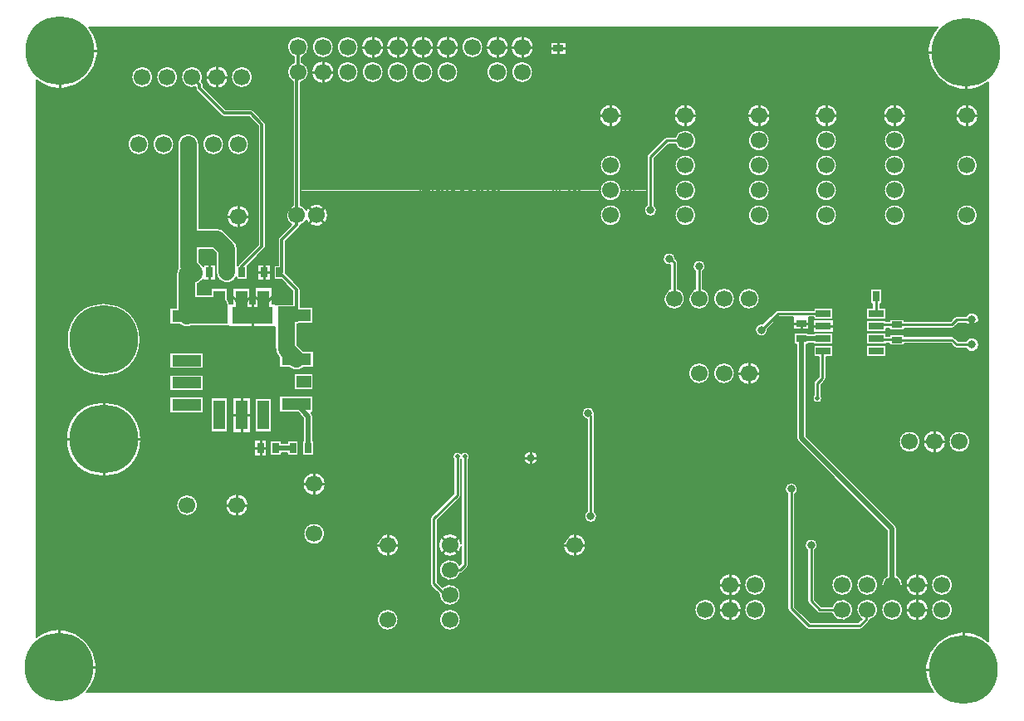
<source format=gtl>
G04 EasyPC Gerber Version 21.0.3 Build 4286 *
%FSLAX35Y35*%
%MOIN*%
%ADD107R,0.01181X0.05807*%
%ADD17R,0.02559X0.03937*%
%ADD110R,0.04724X0.11811*%
%ADD112R,0.06969X0.16024*%
%ADD16C,0.00500*%
%ADD90C,0.00787*%
%ADD79C,0.01000*%
%ADD88C,0.01181*%
%ADD129C,0.01575*%
%ADD114C,0.01969*%
%ADD89C,0.03200*%
%ADD15C,0.05600*%
%ADD12C,0.06693*%
%ADD106R,0.05807X0.01181*%
%ADD18R,0.03937X0.02559*%
%ADD113R,0.05906X0.02559*%
%ADD109R,0.05906X0.04724*%
%ADD108R,0.11811X0.04724*%
%ADD105C,0.27559*%
%ADD111R,0.16024X0.06969*%
X0Y0D02*
D02*
D12*
X244250Y254250D03*
X245750Y281250D03*
X254250Y254250D03*
X255750Y281250D03*
X263699Y189600D02*
Y185459D01*
X263589Y185348*
X263750Y109250D03*
X264250Y216250D02*
Y205199D01*
X266699Y202750*
X264250Y225250D02*
Y216250D01*
Y225250D03*
Y254250D02*
Y225250D01*
Y254250D03*
X265750Y281250D03*
X266699Y202750D02*
Y202250D01*
X263699*
Y189600*
X274250Y254250D03*
X275750Y281250D03*
X276581Y189600D02*
X263699D01*
X279699Y202750D02*
Y212301D01*
X275750Y216250*
X264250*
X283750Y109250D03*
X284250Y225250D03*
Y254250D03*
X285750Y281250D03*
X303579Y181067D02*
Y171894D01*
X307683Y167789*
X307813Y225750D03*
X308250Y283250D03*
Y293250D03*
X314750Y97750D03*
Y117750D03*
X315687Y225750D03*
X318250Y283250D03*
Y293250D03*
X328250Y283250D03*
Y293250D03*
X338250Y283250D03*
Y293250D03*
X344250Y63250D03*
Y73250D03*
Y83250D03*
Y93250D03*
X348250Y283250D03*
Y293250D03*
X358250Y283250D03*
Y293250D03*
X368250Y283250D03*
Y293250D03*
X369250Y63250D03*
Y73250D03*
Y83250D03*
Y93250D03*
X378250Y283250D03*
Y293250D03*
X388250Y283250D03*
Y293250D03*
X394250Y63250D03*
Y73250D03*
Y83250D03*
Y93250D03*
X398250Y283250D03*
Y293250D03*
X419250Y63250D03*
Y73250D03*
Y83250D03*
Y93250D03*
X433750Y225750D03*
Y235750D03*
Y245750D03*
Y255750D03*
Y265750D03*
X449250Y162250D03*
Y192250D03*
X451750Y67250D03*
Y77250D03*
X459250Y162250D03*
Y192250D03*
X461750Y67250D03*
Y77250D03*
X463750Y225750D03*
Y235750D03*
Y245750D03*
Y255750D03*
Y265750D03*
X469250Y162250D03*
Y192250D03*
X471750Y67250D03*
Y77250D03*
X479250Y162250D03*
Y192250D03*
X481750Y67250D03*
Y77250D03*
X489250Y162250D03*
Y192250D03*
X491750Y67250D03*
Y77250D03*
X493250Y225750D03*
Y235750D03*
Y245750D03*
Y255750D03*
Y265750D03*
X520250Y225750D03*
Y235750D03*
Y245750D03*
Y255750D03*
Y265750D03*
X526750Y67250D03*
Y77250D03*
X536750Y67250D03*
Y77250D03*
X546750Y67250D03*
Y77250D03*
X547750Y225750D03*
Y235750D03*
Y245750D03*
Y255750D03*
Y265750D03*
X553750Y134750D03*
X556750Y67250D03*
Y77250D03*
X563750Y134750D03*
X566750Y67250D03*
Y77250D03*
X573750Y134750D03*
X576750Y225750D03*
Y235750D03*
Y245750D03*
Y255750D03*
Y265750D03*
D02*
D15*
X307644Y185703D03*
X307683Y167789D03*
D02*
D16*
X369200Y216149D02*
Y180351D01*
X370461Y179090*
X370805*
Y187053*
X378514*
Y165701*
X378813*
Y162020*
X378514*
Y154447*
X374700*
Y138351*
X381036Y132015*
Y144305*
X380947*
Y152014*
X382614*
Y152313*
X386295*
Y152014*
X408205*
Y152313*
X411886*
Y152014*
X413435*
X387368Y178081*
G75*
G02X386942Y179108I1024J1027*
G01*
Y189486*
X386295*
Y189187*
X382614*
Y189486*
X380947*
Y193280*
G75*
G02X380946Y193341I1538J60*
G01*
Y198590*
G75*
G02X379751Y200750I1356J2160*
G01*
G75*
G02X384851Y200758I2550*
G01*
G75*
G02X388910Y199313I1572J-2008*
G01*
Y201039*
X388630Y201319*
G75*
G02X387593Y204800I120J1931*
G01*
X377851*
X376700Y203649*
Y196348*
G75*
G02X377800Y194250I-1450J-2098*
G01*
G75*
G02X372700I-2550*
G01*
G75*
G02X373800Y196348I2550*
G01*
Y201733*
G75*
G02X369200Y203250I-2050J1517*
G01*
G75*
G02X370300Y205348I2550*
G01*
Y208247*
G75*
G02Y208249I610J1*
G01*
G75*
G02Y208250I610J0*
G01*
G75*
G02X370725Y209275I1450J0*
G01*
X371725Y210275*
G75*
G02X372753Y210700I1026J-1025*
G01*
X392250*
G75*
G02X393277Y210274J-1450*
G01*
X394816Y208735*
Y210766*
G75*
G02X395242Y211793I1450*
G01*
X395741Y212292*
G75*
G02X395700Y212750I2508J457*
G01*
G75*
G02X400800I2550*
G01*
G75*
G02X399815Y210737I-2550*
G01*
G75*
G02X401710Y207578I-565J-2487*
G01*
G75*
G02X404658Y206941I1040J-2328*
G01*
Y225291*
X403149Y226800*
X386848*
G75*
G02X382499Y229449I-2097J1450*
G01*
X369200Y216149*
X392030Y216990D02*
G75*
G02Y214510I-2228J-1240D01*
G01*
Y212833*
X387573*
Y214510*
G75*
G02Y216990I2228J1240*
G01*
Y218667*
X392030*
Y216990*
X381169Y218969D02*
X386228D01*
Y212531*
X381169*
Y218969*
X413185Y152264D02*
G36*
X387368Y178081D01*
G75*
G02X386942Y179107I1022J1026*
G01*
G75*
G02Y179108I1961J0*
G01*
Y189486*
X386295*
Y189187*
X382614*
Y189486*
X380947*
Y193280*
G75*
G02X380946Y193341I2261J74*
G01*
Y198590*
G75*
G02X379751Y200750I1355J2159*
G01*
Y200750*
G75*
G02X384851Y200758I2550*
G01*
G75*
G02X388910Y199313I1572J-2008*
G01*
Y201039*
X388630Y201319*
G75*
G02X386816Y203250I120J1931*
G01*
G75*
G02X387593Y204800I1934*
G01*
X377851*
X376700Y203649*
Y196348*
G75*
G02X377800Y194250I-1450J-2098*
G01*
G75*
G02X372700I-2550*
G01*
G75*
G02X373800Y196348I2550J0*
G01*
Y201733*
G75*
G02X369450Y202150I-2050J1517*
G01*
Y180101*
X370461Y179090*
X370805*
Y187053*
X378514*
Y165701*
X378813*
Y162020*
X378514*
Y154447*
X374700*
Y138351*
X380786Y132265*
X381036*
Y144305*
X380947*
Y152014*
X382614*
Y152313*
X386295*
Y152014*
X408205*
Y152313*
X411886*
Y152014*
X413185*
Y152264*
G37*
X404658Y215750D02*
G36*
X392351D01*
G75*
G02X392030Y214510I-2550*
G01*
Y212833*
X387573*
Y214510*
G75*
G02X387251Y215750I2228J1240*
G01*
X386228*
Y212531*
X381169*
Y215750*
X369450*
Y204350*
G75*
G02X370300Y205348I2300J-1099*
G01*
Y208247*
Y208250*
G75*
G02X370725Y209275I1453J-1*
G01*
X371725Y210275*
G75*
G02X372753Y210700I1025J-1024*
G01*
X392250*
G75*
G02X393277Y210274I1J-1449*
G01*
X394816Y208735*
Y210766*
G75*
G02Y210767I1961J0*
G01*
G75*
G02X395242Y211793I1449*
G01*
X395741Y212292*
G75*
G02X395700Y212747I2485J455*
G01*
G75*
G02Y212750I2589J2*
G01*
G75*
G02X400800I2550*
G01*
Y212750*
G75*
G02X399815Y210737I-2550*
G01*
G75*
G02X401800Y208250I-565J-2487*
G01*
G75*
G02X401710Y207578I-2550J0*
G01*
G75*
G02X404658Y206941I1040J-2329*
G01*
Y215750*
G37*
X382383Y229199D02*
G36*
X382249D01*
X369450Y216399*
Y215750*
X381169*
Y218969*
X386228*
Y215750*
X387251*
G75*
G02X387573Y216990I2550*
G01*
Y218667*
X392030*
Y216990*
G75*
G02X392351Y215750I-2228J-1240*
G01*
X404658*
Y225291*
X403149Y226800*
X386848*
G75*
G02X382200Y228250I-2098J1450*
G01*
G75*
G02X382383Y229199I2550J0*
G01*
G37*
X390700Y123570D02*
Y96170D01*
G75*
G02X398300Y95424I3550J-2920*
G01*
Y99649*
X393274Y104676*
G75*
G02X392847Y105703I1024J1027*
G01*
Y125718*
X390700Y123570*
G36*
Y96170*
G75*
G02X398300Y95424I3550J-2920*
G01*
Y99649*
X393274Y104676*
G75*
G02X392847Y105703I1024J1027*
G01*
Y125718*
X390700Y123570*
G37*
X565030Y301250D02*
X224396D01*
G75*
G02X203250Y280104I-11646J-9500*
G01*
Y56287*
G75*
G02X223470Y34250I9000J-12037*
G01*
X563213*
G75*
G02X585250Y54470I12037J9000*
G01*
Y279213*
G75*
G02X565030Y301250I-9000J12037*
G01*
X572154Y265750D02*
G75*
G02X581346I4596D01*
G01*
G75*
G02X572154I-4596*
G01*
X576750Y250046D02*
G75*
G02X581046Y245750J-4296D01*
G01*
G75*
G02X576750Y241454I-4296*
G01*
G75*
G02X572454Y245750J4296*
G01*
G75*
G02X576750Y250046I4296*
G01*
X584200Y253750D02*
G75*
G02Y253749I-610J0D01*
G01*
G75*
G02Y253747I-610J-1*
G01*
Y221750*
G75*
G02X583774Y220723I-1450*
G01*
X577277Y214226*
G75*
G02X576250Y213800I-1027J1024*
G01*
X446733*
X445700Y213025*
Y194670*
G75*
G02X448800Y196523I3550J-2420*
G01*
Y209152*
G75*
G02X450250Y213800I1450J2098*
G01*
G75*
G02X451700Y209152J-2550*
G01*
Y195780*
G75*
G02X449250Y187954I-2450J-3530*
G01*
G75*
G02X445700Y189830J4296*
G01*
Y167750*
G75*
G02X445543Y167093I-1450J0*
G01*
X448223Y169774*
G75*
G02X449250Y170200I1027J-1024*
G01*
X476649*
X505223Y198774*
G75*
G02X506250Y199200I1027J-1024*
G01*
X557149*
X559241Y201292*
G75*
G02X559200Y201750I2508J457*
G01*
G75*
G02X564300I2550*
G01*
G75*
G02X561292Y199241I-2550*
G01*
X558777Y196726*
G75*
G02X557750Y196300I-1027J1024*
G01*
X536728*
Y190031*
X531669*
Y196300*
X506851*
X478277Y167726*
G75*
G02X477250Y167300I-1027J1024*
G01*
X449851*
X449094Y166544*
G75*
G02X449250Y166546I154J-4299*
G01*
G75*
G02X453546Y162250J-4296*
G01*
G75*
G02X447415Y158365I-4296J0*
G01*
X446487Y157436*
X452385*
X455365Y160415*
G75*
G02X459250Y166546I3885J1835*
G01*
G75*
G02X463546Y162250J-4296*
G01*
G75*
G02X457415Y158365I-4296J0*
G01*
X454013Y154963*
G75*
G02X452986Y154536I-1027J1024*
G01*
X423695*
Y154447*
X415986*
Y181705*
X415687*
Y185386*
X415986*
Y187053*
X423695*
Y186964*
X425317*
G75*
G02X425709Y187333I1933J-1663*
G01*
Y198612*
X413661Y210661*
G75*
G02X413357Y211091I1089J1089*
G01*
Y197195*
X413553*
Y189486*
X389842*
Y179709*
X415851Y153700*
X502970*
G75*
G02X506184Y152250I1280J-1450*
G01*
G75*
G02X502970Y150800I-1934*
G01*
X415250*
G75*
G02X414223Y151226J1450*
G01*
X413553Y151896*
Y149701*
G75*
G02X414043Y149359I-713J-1542*
G01*
X414950Y148452*
G75*
G02X415139Y148227I-1200J-1201*
G01*
G75*
G02X419300Y146250I1611J-1977*
G01*
G75*
G02X418200Y144152I-2550*
G01*
Y130642*
G75*
G02X422600Y128250I1550J-2392*
G01*
G75*
G02X418200Y125858I-2850*
G01*
Y107250*
G75*
G02X417774Y106223I-1450*
G01*
X413700Y102149*
Y85851*
X415119Y84431*
G75*
G02X423546Y83250I4131J-1181*
G01*
G75*
G02X415422Y81300I-4296*
G01*
X414750*
G75*
G02X413723Y81726J1450*
G01*
X411226Y84223*
G75*
G02X410800Y85250I1024J1027*
G01*
Y102750*
G75*
G02X411226Y103777I1450*
G01*
X415300Y107851*
Y126265*
G75*
G02X412052Y130197I-1601J1985*
G01*
Y144305*
X411886*
Y144006*
X410593*
G75*
G02X410791Y143250I-1343J-756*
G01*
Y140923*
G75*
G02X410339Y139834I-1541*
G01*
X409617Y139112*
Y130040*
G75*
G02X410351Y128250I-1817J-1790*
G01*
G75*
G02X405251I-2550*
G01*
G75*
G02X406536Y130464I2550*
G01*
Y139750*
G75*
G02X406846Y140677I1541*
G01*
G75*
G02X405854Y140531I-738J1572*
G01*
G75*
G02X403886Y138531I-1715J-281*
G01*
G75*
G02X401917Y136531I-1715J-281*
G01*
G75*
G02X399949Y134531I-1715J-281*
G01*
G75*
G02X398767Y132596I-1715J-281*
G01*
G75*
G02X395747Y130878I-1517J-846*
G01*
Y106304*
X400774Y101277*
G75*
G02X401200Y100250I-1024J-1027*
G01*
Y88750*
G75*
G02X400774Y87723I-1450*
G01*
X398135Y85085*
G75*
G02X390700Y80830I-3885J-1835*
G01*
Y77351*
X391500Y76551*
G75*
G02X398546Y73250I2750J-3301*
G01*
G75*
G02X396670Y69700I-4296*
G01*
X416830*
G75*
G02X419250Y77546I2420J3550*
G01*
G75*
G02X421670Y69700J-4296*
G01*
X424149*
X442723Y88274*
G75*
G02X443750Y88700I1027J-1024*
G01*
X463750*
G75*
G02X464777Y88274J-1450*
G01*
X467774Y85277*
G75*
G02X468200Y84250I-1024J-1027*
G01*
Y79670*
G75*
G02X476046Y77250I3550J-2420*
G01*
G75*
G02X468200Y74830I-4296*
G01*
Y71750*
G75*
G02X467774Y70723I-1450*
G01*
X465783Y68732*
G75*
G02X458200Y64830I-4033J-1482*
G01*
Y54250*
G75*
G02X457774Y53223I-1450*
G01*
X449277Y44726*
G75*
G02X448250Y44300I-1027J1024*
G01*
X386750*
G75*
G02X385723Y44726J1450*
G01*
X379226Y51223*
G75*
G02X378800Y52250I1024J1027*
G01*
Y130149*
X372226Y136723*
G75*
G02X371800Y137750I1024J1027*
G01*
Y154447*
X370805*
Y156254*
X370200Y155649*
Y115250*
G75*
G02X369774Y114223I-1450*
G01*
X353200Y97649*
Y90750*
G75*
G02X352774Y89723I-1450*
G01*
X348135Y85085*
G75*
G02X344250Y78954I-3885J-1835*
G01*
G75*
G02X339954Y83250J4296*
G01*
G75*
G02X346085Y87135I4296J0*
G01*
X350300Y91351*
Y98250*
G75*
G02X350726Y99277I1450*
G01*
X367300Y115851*
Y148249*
X363777Y144726*
G75*
G02X362750Y144300I-1027J1024*
G01*
X345851*
X331700Y130149*
Y75851*
X332851Y74700*
X340206*
G75*
G02X348546Y73250I4044J-1450*
G01*
G75*
G02X340206Y71800I-4296*
G01*
X332253*
G75*
G02X331225Y72225I-3J1450*
G01*
X329225Y74225*
G75*
G02X328800Y75250I1025J1026*
G01*
G75*
G02Y75251I610J0*
G01*
G75*
G02Y75253I610J1*
G01*
Y130750*
G75*
G02X329226Y131777I1450*
G01*
X344223Y146774*
G75*
G02X345250Y147200I1027J-1024*
G01*
X362149*
X365300Y150351*
Y157750*
G75*
G02X365726Y158777I1450*
G01*
X366250Y159301*
G75*
G02X364200Y161801I500J2500*
G01*
G75*
G02X368568Y163590I2550*
G01*
X370506*
Y164379*
X354171*
G75*
G02X353144Y164805J1450*
G01*
X341226Y176723*
G75*
G02X340800Y177750I1024J1027*
G01*
Y218250*
G75*
G02X341226Y219277I1450*
G01*
X357241Y235292*
G75*
G02X357200Y235750I2508J457*
G01*
G75*
G02X362298Y235849I2550*
G01*
X376741Y250292*
G75*
G02X376700Y250750I2508J457*
G01*
G75*
G02X381800I2550*
G01*
G75*
G02X378792Y248241I-2550*
G01*
X348700Y218149*
Y177351*
X356804Y169247*
X359702*
X351726Y177223*
G75*
G02X351300Y178250I1024J1027*
G01*
Y218250*
G75*
G02X351726Y219277I1450*
G01*
X391422Y258972*
G75*
G02X394800Y262775I1828J1778*
G01*
Y264152*
G75*
G02X393700Y266250I1450J2098*
G01*
G75*
G02X397800Y268275I2550*
G01*
Y271149*
X395149Y273800*
X379253*
G75*
G02X378225Y274225I-3J1450*
G01*
X377225Y275225*
G75*
G02X376800Y276250I1025J1026*
G01*
G75*
G02Y276251I610J0*
G01*
G75*
G02Y276253I610J1*
G01*
Y279206*
G75*
G02X373954Y283250I1450J4044*
G01*
G75*
G02X382546I4296*
G01*
G75*
G02X379700Y279206I-4296*
G01*
Y276851*
X379851Y276700*
X395750*
G75*
G02X396777Y276274J-1450*
G01*
X399750Y273301*
X410920Y284470*
X409833*
Y288927*
X415667*
Y284470*
X414200*
Y284250*
G75*
G02X413774Y283223I-1450*
G01*
X400700Y270149*
Y258251*
X422723Y280274*
G75*
G02X423750Y280700I1027J-1024*
G01*
X533240*
G75*
G02X538300Y280250I2510J-450*
G01*
G75*
G02X535043Y277800I-2550*
G01*
X424351*
X364700Y218149*
Y181351*
X366300Y179751*
G75*
G02Y179753I610J1*
G01*
Y216750*
G75*
G02X366726Y217777I1450*
G01*
X423723Y274774*
G75*
G02X424750Y275200I1027J-1024*
G01*
X563250*
G75*
G02X564277Y274774J-1450*
G01*
X570274Y268777*
G75*
G02X570700Y267750I-1024J-1027*
G01*
Y237851*
X571851Y236700*
X572560*
G75*
G02X581046Y235750I4190J-950*
G01*
G75*
G02X572922Y233800I-4296*
G01*
X571253*
G75*
G02X570225Y234225I-3J1450*
G01*
X568225Y236225*
G75*
G02X567800Y237250I1025J1026*
G01*
G75*
G02Y237251I610J0*
G01*
G75*
G02Y237253I610J1*
G01*
Y267149*
X562649Y272300*
X425351*
X383551Y230501*
G75*
G02X386848Y229700I1199J-2251*
G01*
X403750*
G75*
G02X404777Y229274J-1450*
G01*
X406733Y227318*
Y227716*
X403649Y230800*
X391348*
G75*
G02X386700Y232250I-2098J1450*
G01*
G75*
G02X391348Y233700I2550*
G01*
X404250*
G75*
G02X405277Y233274J-1450*
G01*
X409102Y229448*
G75*
G02X409420Y227878I-1025J-1025*
G01*
Y204371*
G75*
G02X410670I625J-1621*
G01*
Y235779*
X404208Y242241*
G75*
G02X401200Y244750I-458J2509*
G01*
G75*
G02X406300I2550*
G01*
G75*
G02X406259Y244292I-2550J-1*
G01*
X413039Y237511*
G75*
G02X413357Y235941I-1025J-1025*
G01*
Y218593*
G75*
G02X416291Y216080I1393J-1343*
G01*
Y212388*
X428339Y200339*
G75*
G02X428791Y199250I-1089J-1089*
G01*
Y187333*
G75*
G02X429433Y183984I-1541J-2032*
G01*
X430800Y185351*
Y213649*
X419726Y224723*
G75*
G02X419300Y225750I1024J1027*
G01*
Y233649*
X414708Y238241*
G75*
G02X411700Y240750I-458J2509*
G01*
G75*
G02X416800I2550*
G01*
G75*
G02X416759Y240292I-2550J-1*
G01*
X421774Y235277*
G75*
G02X422200Y234250I-1024J-1027*
G01*
Y226351*
X433274Y215277*
G75*
G02X433700Y214250I-1024J-1027*
G01*
Y191775*
G75*
G02X437300Y191267I1550J-2025*
G01*
Y216970*
G75*
G02X439643Y219966I1450J1280*
G01*
Y249084*
X436377Y252350*
G75*
G02X429454Y255750I-2627J3400*
G01*
G75*
G02X433750Y260046I4296*
G01*
G75*
G02X438046Y255750J-4296*
G01*
G75*
G02X438018Y255256I-4296J2*
G01*
X442387Y250887*
G75*
G02X442857Y249750I-1137J-1137*
G01*
Y214154*
G75*
G02X443380Y214910I1392J-404*
G01*
X445380Y216410*
G75*
G02X446250Y216700I870J-1160*
G01*
X575649*
X581300Y222351*
Y253149*
X580602Y253847*
G75*
G02X572454Y255750I-3852J1903*
G01*
G75*
G02X580794Y257199I4296*
G01*
G75*
G02X581775Y256775I-44J-1449*
G01*
X583775Y254775*
G75*
G02X584200Y253750I-1025J-1026*
G01*
X460700Y196294D02*
G75*
G02X459250Y187954I-1450J-4044D01*
G01*
G75*
G02X457800Y196294J4296*
G01*
Y205760*
G75*
G02X454700Y208250I-550J2490*
G01*
G75*
G02X459800Y208251I2550*
G01*
X460275Y207775*
G75*
G02X460700Y206750I-1025J-1026*
G01*
G75*
G02Y206749I-610J0*
G01*
G75*
G02Y206747I-610J-1*
G01*
Y196294*
X470700D02*
G75*
G02X469250Y187954I-1450J-4044D01*
G01*
G75*
G02X467800Y196294J4296*
G01*
Y203152*
G75*
G02X466700Y205250I1450J2098*
G01*
G75*
G02X471800I2550*
G01*
G75*
G02X470700Y203152I-2550*
G01*
Y196294*
X479250Y196546D02*
G75*
G02Y187954J-4296D01*
G01*
G75*
G02X474954Y192250J4296*
G01*
G75*
G02X479250Y196546I4296*
G01*
X489250D02*
G75*
G02X493546Y192250J-4296D01*
G01*
G75*
G02X489250Y187954I-4296*
G01*
G75*
G02X484954Y192250J4296*
G01*
G75*
G02X489250Y196546I4296*
G01*
X541987Y188478D02*
X544281D01*
Y184022*
X536478*
Y188478*
X538772*
Y190333*
X538073*
Y196167*
X542530*
Y190333*
X541987*
Y188478*
X536478Y173478D02*
X544281D01*
Y169022*
X536478*
Y173478*
X576217Y175200D02*
G75*
G02X581669Y173750I2533J-1450D01*
G01*
G75*
G02X576217Y172300I-2919*
G01*
X572750*
G75*
G02X571723Y172726J1450*
G01*
X570200Y174249*
X551667*
Y173470*
X545833*
Y174091*
X544281*
Y174022*
X536478*
Y178478*
X544281*
Y177306*
X545833*
Y177927*
X551667*
Y177149*
X570801*
G75*
G02X571828Y176722J-1450*
G01*
X573351Y175200*
X576217*
X559154Y134750D02*
G75*
G02X568346I4596D01*
G01*
G75*
G02X559154I-4596*
G01*
X562454Y67250D02*
G75*
G02X571046I4296D01*
G01*
G75*
G02X562454I-4296*
G01*
Y77250D02*
G75*
G02X571046I4296D01*
G01*
G75*
G02X562454I-4296*
G01*
X569454Y134750D02*
G75*
G02X578046I4296D01*
G01*
G75*
G02X569454I-4296*
G01*
X549454D02*
G75*
G02X558046I4296D01*
G01*
G75*
G02X549454I-4296*
G01*
X552154Y67250D02*
G75*
G02X561346I4596D01*
G01*
G75*
G02X552154I-4596*
G01*
Y77250D02*
G75*
G02X561346I4596D01*
G01*
G75*
G02X552154I-4596*
G01*
X576217Y185200D02*
G75*
G02X581669Y183750I2533J-1450D01*
G01*
G75*
G02X576217Y182300I-2919*
G01*
X573351*
X571828Y180778*
G75*
G02X570801Y180351I-1027J1024*
G01*
X551667*
Y179573*
X545833*
Y180351*
X544281*
Y179022*
X536478*
Y183478*
X544281*
Y183251*
X545833*
Y184030*
X551667*
Y183251*
X570200*
X571723Y184774*
G75*
G02X572750Y185200I1027J-1024*
G01*
X576217*
X484654Y162250D02*
G75*
G02X493846I4596D01*
G01*
G75*
G02X484654I-4596*
G01*
X515219Y188478D02*
X523022D01*
Y184022*
X515219*
Y184800*
X513469*
Y179772*
X507031*
Y184800*
X501493*
X496759Y180066*
G75*
G02X496800Y179608I-2508J-457*
G01*
G75*
G02X491700I-2550*
G01*
G75*
G02X494708Y182117I2550*
G01*
X499865Y187274*
G75*
G02X500892Y187700I1027J-1024*
G01*
X515219*
Y188478*
X514917Y183780D02*
X523323D01*
Y178720*
X514917*
Y183780*
X548684Y81087D02*
G75*
G02X551046Y77250I-1934J-3837D01*
G01*
G75*
G02X542454I-4296*
G01*
G75*
G02X544816Y81087I4296*
G01*
Y98949*
X508882Y134882*
G75*
G02X508316Y136250I1368J1368*
G01*
G75*
G02Y136251I602J0*
G01*
G75*
G02Y136253I613J1*
G01*
Y173970*
X507333*
Y178427*
X513167*
Y178291*
X515219*
Y178478*
X523022*
Y174022*
X515219*
Y174107*
X513167*
Y173970*
X512184*
Y137051*
X548118Y101118*
G75*
G02X548684Y99750I-1368J-1368*
G01*
G75*
G02Y99749I-602J0*
G01*
G75*
G02Y99747I-613J-1*
G01*
Y81087*
X515219Y173478D02*
X523022D01*
Y169022*
X520200*
Y160253*
G75*
G02Y160251I-610J-1*
G01*
G75*
G02Y160250I-610J0*
G01*
G75*
G02X519775Y159225I-1450J0*
G01*
X518200Y157649*
Y153530*
G75*
G02X518684Y152250I-1450J-1280*
G01*
G75*
G02X514816I-1934*
G01*
G75*
G02X515300Y153530I1935*
G01*
Y158247*
G75*
G02Y158249I610J1*
G01*
G75*
G02Y158250I610J0*
G01*
G75*
G02X515725Y159275I1450J0*
G01*
X517300Y160851*
Y169022*
X515219*
Y173478*
X522706Y68700D02*
G75*
G02X531046Y67250I4044J-1450D01*
G01*
G75*
G02X522706Y65800I-4296*
G01*
X517750*
G75*
G02X516723Y66226J1450*
G01*
X513226Y69723*
G75*
G02X512800Y70750I1024J1027*
G01*
Y91152*
G75*
G02X511700Y93250I1450J2098*
G01*
G75*
G02X516800I2550*
G01*
G75*
G02X515700Y91152I-2550*
G01*
Y71351*
X518351Y68700*
X522706*
X522454Y77250D02*
G75*
G02X531046I4296D01*
G01*
G75*
G02X522454I-4296*
G01*
X532454Y67250D02*
G75*
G02X541046I4296D01*
G01*
G75*
G02X537687Y63057I-4296*
G01*
G75*
G02X537274Y62223I-1437J193*
G01*
X534777Y59726*
G75*
G02X533750Y59300I-1027J1024*
G01*
X513250*
G75*
G02X512223Y59726J1450*
G01*
X505226Y66723*
G75*
G02X504800Y67750I1024J1027*
G01*
Y113652*
G75*
G02X503700Y115750I1450J2098*
G01*
G75*
G02X508800I2550*
G01*
G75*
G02X507700Y113652I-2550*
G01*
Y68351*
X513851Y62200*
X533149*
X534524Y63575*
G75*
G02X532454Y67250I2226J3675*
G01*
Y77250D02*
G75*
G02X541046I4296D01*
G01*
G75*
G02X532454I-4296*
G01*
X542454Y67250D02*
G75*
G02X551046I4296D01*
G01*
G75*
G02X542454I-4296*
G01*
X469250Y166546D02*
G75*
G02X473546Y162250J-4296D01*
G01*
G75*
G02X469250Y157954I-4296*
G01*
G75*
G02X464954Y162250J4296*
G01*
G75*
G02X469250Y166546I4296*
G01*
X479250D02*
G75*
G02X483546Y162250J-4296D01*
G01*
G75*
G02X479250Y157954I-4296*
G01*
G75*
G02X474954Y162250J4296*
G01*
G75*
G02X479250Y166546I4296*
G01*
X427200Y106848D02*
G75*
G02X428300Y104750I-1450J-2098D01*
G01*
G75*
G02X423200I-2550*
G01*
G75*
G02X424300Y106848I2550*
G01*
Y143740*
G75*
G02X422200Y146250I450J2510*
G01*
G75*
G02X427300I2550*
G01*
G75*
G02X427181Y145481I-2550J0*
G01*
G75*
G02X427200Y145250I-1432J-231*
G01*
G75*
G02Y145249I-610J0*
G01*
G75*
G02Y145247I-610J-1*
G01*
Y106848*
X477154Y67250D02*
G75*
G02X486346I4596D01*
G01*
G75*
G02X477154I-4596*
G01*
Y77250D02*
G75*
G02X486346I4596D01*
G01*
G75*
G02X477154I-4596*
G01*
X487454Y67250D02*
G75*
G02X496046I4296D01*
G01*
G75*
G02X487454I-4296*
G01*
Y77250D02*
G75*
G02X496046I4296D01*
G01*
G75*
G02X487454I-4296*
G01*
X414654Y93250D02*
G75*
G02X423846I4596D01*
G01*
G75*
G02X414654I-4596*
G01*
X398900Y128250D02*
G75*
G02X404600I2850D01*
G01*
G75*
G02X398900I-2850*
G01*
X467454Y67250D02*
G75*
G02X476046I4296D01*
G01*
G75*
G02X467454I-4296*
G01*
X373750Y129971D02*
G75*
G02X377184Y128750I1500J-1221D01*
G01*
G75*
G02X376700Y127470I-1935*
G01*
Y85253*
G75*
G02Y85251I-610J-1*
G01*
G75*
G02Y85250I-610J0*
G01*
G75*
G02X376275Y84225I-1450J0*
G01*
X374275Y82225*
G75*
G02X373294Y81801I-1025J1025*
G01*
G75*
G02X364954Y83250I-4044J1449*
G01*
G75*
G02X373102Y85153I4296*
G01*
X373800Y85851*
Y92598*
G75*
G02X364654Y93250I-4550J652*
G01*
G75*
G02X373800Y93902I4596*
G01*
Y127470*
G75*
G02X373750Y127529I1452J1280*
G01*
G75*
G02X373700Y127470I-1502J1221*
G01*
Y113250*
G75*
G02X373274Y112223I-1450*
G01*
X364200Y103149*
Y78351*
X366237Y76313*
G75*
G02X373546Y73250I3013J-3063*
G01*
G75*
G02X369250Y68954I-4296*
G01*
G75*
G02X364954Y73250J4296*
G01*
G75*
G02X364960Y73489I4300J0*
G01*
X361726Y76723*
G75*
G02X361300Y77750I1024J1027*
G01*
Y103750*
G75*
G02X361726Y104777I1450*
G01*
X370800Y113851*
Y127470*
G75*
G02X370316Y128750I1450J1280*
G01*
G75*
G02X373750Y129971I1934*
G01*
X369250Y67546D02*
G75*
G02X373546Y63250J-4296D01*
G01*
G75*
G02X369250Y58954I-4296*
G01*
G75*
G02X364954Y63250J4296*
G01*
G75*
G02X369250Y67546I4296*
G01*
X339654Y93250D02*
G75*
G02X348846I4596D01*
G01*
G75*
G02X339654I-4596*
G01*
X344250Y67546D02*
G75*
G02X348546Y63250J-4296D01*
G01*
G75*
G02X344250Y58954I-4296*
G01*
G75*
G02X339954Y63250J4296*
G01*
G75*
G02X344250Y67546I4296*
G01*
X576750Y230046D02*
G75*
G02X581046Y225750J-4296D01*
G01*
G75*
G02X576750Y221454I-4296*
G01*
G75*
G02X572454Y225750J4296*
G01*
G75*
G02X576750Y230046I4296*
G01*
X429154Y265750D02*
G75*
G02X438346I4596D01*
G01*
G75*
G02X429154I-4596*
G01*
X433750Y230046D02*
G75*
G02X438046Y225750J-4296D01*
G01*
G75*
G02X433750Y221454I-4296*
G01*
G75*
G02X429454Y225750J4296*
G01*
G75*
G02X433750Y230046I4296*
G01*
Y240046D02*
G75*
G02X438046Y235750J-4296D01*
G01*
G75*
G02X433750Y231454I-4296*
G01*
G75*
G02X429454Y235750J4296*
G01*
G75*
G02X433750Y240046I4296*
G01*
Y250046D02*
G75*
G02X438046Y245750J-4296D01*
G01*
G75*
G02X433750Y241454I-4296*
G01*
G75*
G02X429454Y245750J4296*
G01*
G75*
G02X433750Y250046I4296*
G01*
X459706Y257200D02*
G75*
G02X468046Y255750I4044J-1450D01*
G01*
G75*
G02X459706Y254300I-4296*
G01*
X456851*
X451200Y248649*
Y229848*
G75*
G02X452300Y227750I-1450J-2098*
G01*
G75*
G02X447200I-2550*
G01*
G75*
G02X448300Y229848I2550*
G01*
Y249250*
G75*
G02X448726Y250277I1450*
G01*
X455223Y256774*
G75*
G02X456250Y257200I1027J-1024*
G01*
X459706*
X463750Y230046D02*
G75*
G02X468046Y225750J-4296D01*
G01*
G75*
G02X463750Y221454I-4296*
G01*
G75*
G02X459454Y225750J4296*
G01*
G75*
G02X463750Y230046I4296*
G01*
Y240046D02*
G75*
G02X468046Y235750J-4296D01*
G01*
G75*
G02X463750Y231454I-4296*
G01*
G75*
G02X459454Y235750J4296*
G01*
G75*
G02X463750Y240046I4296*
G01*
Y250046D02*
G75*
G02X468046Y245750J-4296D01*
G01*
G75*
G02X463750Y241454I-4296*
G01*
G75*
G02X459454Y245750J4296*
G01*
G75*
G02X463750Y250046I4296*
G01*
X459154Y265750D02*
G75*
G02X468346I4596D01*
G01*
G75*
G02X459154I-4596*
G01*
X488654D02*
G75*
G02X497846I4596D01*
G01*
G75*
G02X488654I-4596*
G01*
X493250Y230046D02*
G75*
G02Y221454J-4296D01*
G01*
G75*
G02X488954Y225750J4296*
G01*
G75*
G02X493250Y230046I4296*
G01*
Y240046D02*
G75*
G02X497546Y235750J-4296D01*
G01*
G75*
G02X493250Y231454I-4296*
G01*
G75*
G02X488954Y235750J4296*
G01*
G75*
G02X493250Y240046I4296*
G01*
Y250046D02*
G75*
G02X497546Y245750J-4296D01*
G01*
G75*
G02X493250Y241454I-4296*
G01*
G75*
G02X488954Y245750J4296*
G01*
G75*
G02X493250Y250046I4296*
G01*
Y260046D02*
G75*
G02X497546Y255750J-4296D01*
G01*
G75*
G02X493250Y251454I-4296*
G01*
G75*
G02X488954Y255750J4296*
G01*
G75*
G02X493250Y260046I4296*
G01*
X515654Y265750D02*
G75*
G02X524846I4596D01*
G01*
G75*
G02X515654I-4596*
G01*
X520250Y230046D02*
G75*
G02Y221454J-4296D01*
G01*
G75*
G02X515954Y225750J4296*
G01*
G75*
G02X520250Y230046I4296*
G01*
Y240046D02*
G75*
G02X524546Y235750J-4296D01*
G01*
G75*
G02X520250Y231454I-4296*
G01*
G75*
G02X515954Y235750J4296*
G01*
G75*
G02X520250Y240046I4296*
G01*
Y250046D02*
G75*
G02X524546Y245750J-4296D01*
G01*
G75*
G02X520250Y241454I-4296*
G01*
G75*
G02X515954Y245750J4296*
G01*
G75*
G02X520250Y250046I4296*
G01*
Y260046D02*
G75*
G02Y251454J-4296D01*
G01*
G75*
G02X515954Y255750J4296*
G01*
G75*
G02X520250Y260046I4296*
G01*
X543154Y265750D02*
G75*
G02X552346I4596D01*
G01*
G75*
G02X543154I-4596*
G01*
X547750Y230046D02*
G75*
G02X552046Y225750J-4296D01*
G01*
G75*
G02X547750Y221454I-4296*
G01*
G75*
G02X543454Y225750J4296*
G01*
G75*
G02X547750Y230046I4296*
G01*
Y240046D02*
G75*
G02X552046Y235750J-4296D01*
G01*
G75*
G02X547750Y231454I-4296*
G01*
G75*
G02X543454Y235750J4296*
G01*
G75*
G02X547750Y240046I4296*
G01*
Y250046D02*
G75*
G02X552046Y245750J-4296D01*
G01*
G75*
G02X547750Y241454I-4296*
G01*
G75*
G02X543454Y245750J4296*
G01*
G75*
G02X547750Y250046I4296*
G01*
Y260046D02*
G75*
G02X552046Y255750J-4296D01*
G01*
G75*
G02X547750Y251454I-4296*
G01*
G75*
G02X543454Y255750J4296*
G01*
G75*
G02X547750Y260046I4296*
G01*
X239954Y254250D02*
G75*
G02X248546I4296D01*
G01*
G75*
G02X239954I-4296*
G01*
X241454Y281250D02*
G75*
G02X250046I4296D01*
G01*
G75*
G02X241454I-4296*
G01*
X249954Y254250D02*
G75*
G02X258546I4296D01*
G01*
G75*
G02X249954I-4296*
G01*
X256734Y152833D02*
X270443D01*
Y146211*
X256734*
Y152833*
X263750Y113546D02*
G75*
G02X268046Y109250J-4296D01*
G01*
G75*
G02X263750Y104954I-4296*
G01*
G75*
G02X259454Y109250J4296*
G01*
G75*
G02X263750Y113546I4296*
G01*
X311581Y227815D02*
G75*
G02X320283Y225750I4106J-2065D01*
G01*
G75*
G02X311581Y223685I-4596*
G01*
G75*
G02X309341Y221735I-3768J2065*
G01*
G75*
G02X308902Y220838I-1528J192*
G01*
X303291Y215226*
Y202750*
G75*
G02X303264Y202466I-1541J0*
G01*
X308733Y196997*
G75*
G02X309184Y195907I-1089J-1089*
G01*
Y189122*
G75*
G02X309404Y189014I-1540J-3420*
G01*
X314498*
Y182392*
X309404*
G75*
G02X308014Y181971I-1760J3311*
G01*
Y173535*
X310448Y171100*
X314537*
Y164478*
X310421*
G75*
G02X304945I-2738J3311*
G01*
X300829*
Y168568*
X300544Y168852*
G75*
G02X299282Y171894I3035J3042*
G01*
Y172104*
X299144*
Y180860*
X280823*
Y181152*
X265500*
G75*
G02X260379Y182037I-1911J4197*
G01*
X256734*
Y188659*
X259229*
G75*
G02X259402Y191152I4470J941*
G01*
Y202250*
G75*
G02X260017Y204464I4296*
G01*
G75*
G02X259954Y205199I4233J735*
G01*
Y225168*
G75*
G02Y225332I4301J82*
G01*
Y254168*
G75*
G02X259953Y254250I4301J82*
G01*
G75*
G02X268547I4297*
G01*
G75*
G02X268546Y254168I-4302*
G01*
Y225332*
G75*
G02Y225168I-4305J-82*
G01*
Y220546*
X275746*
G75*
G02X278788Y219288I4J-4297*
G01*
X282737Y215339*
G75*
G02X283995Y212301I-3039J-3038*
G01*
G75*
G02Y212300I-1277J0*
G01*
G75*
G02Y212297I-1128J-2*
G01*
Y205667*
X284305*
G75*
G02X284712Y206391I1496J-366*
G01*
X292209Y213888*
Y261612*
X288612Y265209*
X278752*
G75*
G02X277661Y265661I-2J1541*
G01*
X267661Y275661*
G75*
G02X267209Y276750I1089J1089*
G01*
Y277209*
G75*
G02X261454Y281250I-1459J4041*
G01*
G75*
G02X270046I4296*
G01*
G75*
G02X269675Y279503I-4297J0*
G01*
X269839Y279339*
G75*
G02X270291Y278250I-1089J-1089*
G01*
Y277388*
X279388Y268291*
X289248*
G75*
G02X290339Y267839I2J-1541*
G01*
X294839Y263339*
G75*
G02X295291Y262250I-1089J-1089*
G01*
Y213250*
G75*
G02X294839Y212161I-1541*
G01*
X288030Y205351*
Y199833*
X283573*
Y200892*
G75*
G02X275402Y202750I-3874J1858*
G01*
Y210522*
X273970Y211954*
X268546*
Y206978*
X269737Y205788*
G75*
G02X269808Y205715I-3051J-3039*
G01*
G75*
G02X270272Y205136I-3109J-2965*
G01*
Y205969*
X275331*
Y199531*
X270272*
Y199864*
G75*
G02X267995Y198154I-3573J2386*
G01*
Y193897*
X273270*
Y196455*
X279892*
Y192339*
G75*
G02X280823Y190281I-3311J-2738*
G01*
Y190329*
X281906*
Y196717*
X289130*
Y190329*
X290882*
Y196795*
X298106*
Y190329*
X299346*
Y190030*
X306103*
Y195269*
X301540Y199833*
X298573*
Y205667*
X300209*
Y215864*
G75*
G02X300661Y216954I1541*
G01*
X305710Y222003*
G75*
G02X306272Y229761I2103J3747*
G01*
Y279436*
G75*
G02X306709Y287261I1978J3814*
G01*
Y289239*
G75*
G02X303954Y293250I1541J4011*
G01*
G75*
G02X312546I4296*
G01*
G75*
G02X309791Y289239I-4296*
G01*
Y287261*
G75*
G02X309354Y279098I-1541J-4011*
G01*
Y229761*
G75*
G02X311581Y227815I-1541J-4011*
G01*
X279654Y225250D02*
G75*
G02X288846I4596D01*
G01*
G75*
G02X279654I-4596*
G01*
X279954Y254250D02*
G75*
G02X288546I4296D01*
G01*
G75*
G02X279954I-4296*
G01*
X269954D02*
G75*
G02X278546I4296D01*
G01*
G75*
G02X269954I-4296*
G01*
X292169Y205969D02*
X297228D01*
Y199531*
X292169*
Y205969*
X306683Y162085D02*
X314490D01*
Y155463*
X306683*
Y162085*
X314235Y135167D02*
X314530D01*
Y129333*
X310073*
Y135167*
X310367*
Y144260*
X308180Y146447*
X300750*
Y153069*
X314459*
Y146447*
X313651*
X313669Y146429*
G75*
G02X314235Y145061I-1368J-1368*
G01*
G75*
G02Y145060I-602J0*
G01*
G75*
G02Y145058I-613J-1*
G01*
Y135167*
X310154Y117750D02*
G75*
G02X319346I4596D01*
G01*
G75*
G02X310154I-4596*
G01*
X310454Y97750D02*
G75*
G02X319046I4296D01*
G01*
G75*
G02X310454I-4296*
G01*
X282024Y152701D02*
X289248D01*
Y138390*
X282024*
Y152701*
X290669Y135469D02*
X295728D01*
Y129031*
X290669*
Y135469*
X291144Y152360D02*
X297766D01*
Y138652*
X291144*
Y152360*
X303970Y135167D02*
X308427D01*
Y129333*
X303970*
Y130316*
X301530*
Y129333*
X297073*
Y135167*
X301530*
Y134184*
X303970*
Y135167*
X273309Y152400D02*
X279931D01*
Y138691*
X273309*
Y152400*
X279154Y109250D02*
G75*
G02X288346I4596D01*
G01*
G75*
G02X279154I-4596*
G01*
X256774Y161730D02*
X270482D01*
Y155108*
X256774*
Y161730*
Y170707D02*
X270482D01*
Y164085*
X256774*
Y170707*
X251454Y281250D02*
G75*
G02X260046I4296D01*
G01*
G75*
G02X251454I-4296*
G01*
X271154D02*
G75*
G02X280346I4596D01*
G01*
G75*
G02X271154I-4596*
G01*
X281454D02*
G75*
G02X290046I4296D01*
G01*
G75*
G02X281454I-4296*
G01*
X313654Y283250D02*
G75*
G02X322846I4596D01*
G01*
G75*
G02X313654I-4596*
G01*
X313954Y293250D02*
G75*
G02X322546I4296D01*
G01*
G75*
G02X313954I-4296*
G01*
X323954Y283250D02*
G75*
G02X332546I4296D01*
G01*
G75*
G02X323954I-4296*
G01*
Y293250D02*
G75*
G02X332546I4296D01*
G01*
G75*
G02X323954I-4296*
G01*
X333654D02*
G75*
G02X342846I4596D01*
G01*
G75*
G02X333654I-4596*
G01*
X333954Y283250D02*
G75*
G02X342546I4296D01*
G01*
G75*
G02X333954I-4296*
G01*
X343654Y293250D02*
G75*
G02X352846I4596D01*
G01*
G75*
G02X343654I-4596*
G01*
X343954Y283250D02*
G75*
G02X352546I4296D01*
G01*
G75*
G02X343954I-4296*
G01*
X353654Y293250D02*
G75*
G02X362846I4596D01*
G01*
G75*
G02X353654I-4596*
G01*
X353954Y283250D02*
G75*
G02X362546I4296D01*
G01*
G75*
G02X353954I-4296*
G01*
X363654Y293250D02*
G75*
G02X372846I4596D01*
G01*
G75*
G02X363654I-4596*
G01*
X363954Y283250D02*
G75*
G02X372546I4296D01*
G01*
G75*
G02X363954I-4296*
G01*
X373954Y293250D02*
G75*
G02X382546I4296D01*
G01*
G75*
G02X373954I-4296*
G01*
X383654D02*
G75*
G02X392846I4596D01*
G01*
G75*
G02X383654I-4596*
G01*
X383954Y283250D02*
G75*
G02X392546I4296D01*
G01*
G75*
G02X383954I-4296*
G01*
X393654Y293250D02*
G75*
G02X402846I4596D01*
G01*
G75*
G02X393654I-4596*
G01*
X393954Y283250D02*
G75*
G02X402546I4296D01*
G01*
G75*
G02X393954I-4296*
G01*
X409531Y295331D02*
X415969D01*
Y290272*
X409531*
Y295331*
X215220Y135750D02*
G75*
G02X245280I15030D01*
G01*
G75*
G02X215220I-15030*
G01*
X215520Y175750D02*
G75*
G02X244980I14730D01*
G01*
G75*
G02X215520I-14730*
G01*
X585000Y54688D02*
G36*
Y67250D01*
X571046*
G75*
G02X562454I-4296*
G01*
X561346*
G75*
G02X552154I-4596*
G01*
X551046*
G75*
G02X542454I-4296*
G01*
X541046*
G75*
G02X537687Y63057I-4296*
G01*
G75*
G02X537274Y62223I-1435J192*
G01*
X534777Y59726*
G75*
G02X533750Y59300I-1026J1022*
G01*
X513250*
G75*
G02X512223Y59726I-1J1449*
G01*
X505226Y66723*
G75*
G02X504889Y67250I1023J1026*
G01*
X496046*
G75*
G02X487454I-4296*
G01*
X486346*
G75*
G02X477154I-4596*
G01*
X476046*
G75*
G02X467454I-4296*
G01*
X370819*
G75*
G02X373546Y63250I-1568J-4000*
G01*
Y63250*
Y63250*
G75*
G02X369250Y58954I-4296*
G01*
G75*
G02X364954Y63250J4296*
G01*
Y63250*
Y63250*
G75*
G02X367681Y67250I4296*
G01*
X345819*
G75*
G02X348546Y63250I-1568J-4000*
G01*
Y63250*
Y63250*
G75*
G02X344250Y58954I-4296*
G01*
G75*
G02X339954Y63250J4296*
G01*
Y63250*
Y63250*
G75*
G02X342681Y67250I4296*
G01*
X203500*
Y56470*
G75*
G02X227280Y44250I8750J-12220*
G01*
G75*
G02X223688Y34500I-15030J0*
G01*
X563030*
G75*
G02X560220Y43250I12220J8750*
G01*
G75*
G02X585000Y54688I15030*
G01*
G37*
X532454Y67250D02*
G36*
X531046D01*
G75*
G02X522706Y65800I-4296*
G01*
X517750*
G75*
G02X516723Y66226I-1J1449*
G01*
X515699Y67250*
X508801*
X513851Y62200*
X533149*
X534524Y63575*
G75*
G02X532454Y67250I2228J3676*
G01*
G37*
X504889D02*
G36*
G75*
G02X504800Y67749I1359J500D01*
G01*
G75*
G02Y67750I1961J0*
G01*
Y77250*
X496046*
G75*
G02X487454I-4296*
G01*
X486346*
G75*
G02X477154I-4596*
G01*
X370819*
G75*
G02X373546Y73250I-1569J-4000*
G01*
Y73250*
G75*
G02X369250Y68954I-4296*
G01*
G75*
G02X364954Y73250J4296*
G01*
Y73250*
G75*
G02Y73257I4123J4*
G01*
G75*
G02X364960Y73489I4047*
G01*
X361726Y76723*
G75*
G02X361389Y77250I1023J1026*
G01*
X203500*
Y67250*
X342681*
G75*
G02X344250Y67546I1568J-3999*
G01*
G75*
G02X345819Y67250I0J-4296*
G01*
X367681*
G75*
G02X369250Y67546I1568J-3999*
G01*
G75*
G02X370819Y67250I0J-4296*
G01*
X467454*
G75*
G02X476046I4296*
G01*
X477154*
G75*
G02X486346I4596*
G01*
X487454*
G75*
G02X496046I4296*
G01*
X504889*
G37*
X367681Y77250D02*
G36*
X365301D01*
X366237Y76313*
G75*
G02X367681Y77250I3013J-3063*
G01*
G37*
X515699Y67250D02*
G36*
X513226Y69723D01*
G75*
G02X512800Y70749I1022J1026*
G01*
G75*
G02Y70750I1961J0*
G01*
Y77250*
X507700*
Y68351*
X508801Y67250*
X515699*
G37*
X551046Y77250D02*
G36*
G75*
G02X542454I-4296D01*
G01*
X541046*
G75*
G02X532454I-4296*
G01*
X531046*
G75*
G02X522454I-4296*
G01*
X515700*
Y71351*
X518351Y68700*
X522706*
G75*
G02X531046Y67250I4044J-1450*
G01*
X532454*
G75*
G02X541046I4296*
G01*
X542454*
G75*
G02X551046I4296*
G01*
X552154*
G75*
G02X561346I4596*
G01*
X562454*
G75*
G02X571046I4296*
G01*
X585000*
Y77250*
X571046*
G75*
G02X562454I-4296*
G01*
X561346*
G75*
G02X552154I-4596*
G01*
X551046*
G37*
X361389D02*
G36*
G75*
G02X361300Y77749I1359J500D01*
G01*
G75*
G02Y77750I1961J0*
G01*
Y93250*
X348846*
G75*
G02X339654I-4596*
G01*
X203500*
Y77250*
X361389*
G37*
X504800Y93250D02*
G36*
X423846D01*
G75*
G02X414654I-4596*
G01*
X376700*
Y85253*
Y85251*
Y85250*
G75*
G02X376275Y84225I-1453J1*
G01*
X374275Y82225*
G75*
G02X373294Y81801I-1026J1028*
G01*
G75*
G02X364954Y83250I-4044J1449*
G01*
G75*
G02X373102Y85153I4296*
G01*
X373800Y85851*
Y92598*
G75*
G02X364654Y93250I-4550J652*
G01*
Y93250*
X364200*
Y78351*
X365301Y77250*
X367681*
G75*
G02X370819I1569J-4000*
G01*
X477154*
G75*
G02X486346I4596*
G01*
X487454*
G75*
G02X496046I4296*
G01*
X504800*
Y93250*
G37*
X511700D02*
G36*
X507700D01*
Y77250*
X512800*
Y91152*
G75*
G02X511700Y93250I1450J2098*
G01*
G37*
X542454Y77250D02*
G36*
Y77250D01*
G75*
G02X544816Y81087I4296*
G01*
Y93250*
X516800*
G75*
G02X515700Y91152I-2550J0*
G01*
Y77250*
X522454*
G75*
G02X531046I4296*
G01*
X532454*
G75*
G02X541046I4296*
G01*
X542454*
G37*
X551046D02*
G36*
X552154D01*
G75*
G02X561346I4596*
G01*
X562454*
G75*
G02X571046I4296*
G01*
X585000*
Y93250*
X548684*
Y81087*
G75*
G02X551046Y77250I-1934J-3836*
G01*
Y77250*
G37*
X339654Y93250D02*
G36*
G75*
G02X343313Y97750I4596D01*
G01*
X319046*
G75*
G02X310454I-4296*
G01*
X203500*
Y93250*
X339654*
G37*
X361300Y97750D02*
G36*
X345187D01*
G75*
G02X348846Y93250I-937J-4500*
G01*
X361300*
Y97750*
G37*
X364654Y93250D02*
G36*
Y93250D01*
G75*
G02X368312Y97750I4596*
G01*
X364200*
Y93250*
X364654*
G37*
X373800Y97750D02*
G36*
X370188D01*
G75*
G02X373800Y93902I-938J-4500*
G01*
Y97750*
G37*
X414654Y93250D02*
G36*
G75*
G02X418313Y97750I4596D01*
G01*
X376700*
Y93250*
X414654*
G37*
X504800Y97750D02*
G36*
X420187D01*
G75*
G02X423846Y93250I-937J-4500*
G01*
X504800*
Y97750*
G37*
X544816D02*
G36*
X507700D01*
Y93250*
X511700*
G75*
G02X516800I2550*
G01*
X544816*
Y97750*
G37*
X548684D02*
G36*
Y93250D01*
X585000*
Y97750*
X548684*
G37*
X366199Y109250D02*
G36*
X288346D01*
G75*
G02X279154I-4596*
G01*
X268046*
Y109250*
G75*
G02X263750Y104954I-4296*
G01*
G75*
G02X259454Y109250J4296*
G01*
Y109250*
X203500*
Y97750*
X310454*
G75*
G02X319046I4296*
G01*
X343313*
G75*
G02X345187I937J-4500*
G01*
X361300*
Y103750*
G75*
G02Y103751I1961J0*
G01*
G75*
G02X361726Y104777I1449*
G01*
X366199Y109250*
G37*
X373800D02*
G36*
X370301D01*
X364200Y103149*
Y97750*
X368312*
G75*
G02X370188I938J-4500*
G01*
X373800*
Y109250*
G37*
X504800D02*
G36*
X427200D01*
Y106848*
G75*
G02X428300Y104750I-1450J-2098*
G01*
G75*
G02X423200I-2550*
G01*
G75*
G02X424300Y106848I2550J0*
G01*
Y109250*
X376700*
Y97750*
X418313*
G75*
G02X420187I937J-4500*
G01*
X504800*
Y109250*
G37*
X544816Y97750D02*
G36*
Y98949D01*
X534515Y109250*
X507700*
Y97750*
X544816*
G37*
X548684D02*
G36*
X585000D01*
Y109250*
X539985*
X548118Y101118*
G75*
G02X548684Y99750I-1368J-1368*
G01*
Y99749*
Y99747*
Y97750*
G37*
X370800Y117750D02*
G36*
X319346D01*
G75*
G02X310154I-4596*
G01*
X203500*
Y109250*
X259454*
Y109250*
G75*
G02X263750Y113546I4296*
G01*
G75*
G02X268046Y109250J-4296*
G01*
Y109250*
X279154*
G75*
G02X288346I4596*
G01*
X366199*
X370800Y113851*
Y117750*
G37*
X373800D02*
G36*
X373700D01*
Y113250*
G75*
G02Y113249I-1961J0*
G01*
G75*
G02X373274Y112223I-1449*
G01*
X370301Y109250*
X373800*
Y117750*
G37*
X424300D02*
G36*
X376700D01*
Y109250*
X424300*
Y117750*
G37*
X504668D02*
G36*
X427200D01*
Y109250*
X504800*
Y113652*
G75*
G02X503700Y115750I1450J2098*
G01*
G75*
G02X504668Y117750I2550*
G01*
G37*
X534515Y109250D02*
G36*
X526015Y117750D01*
X507832*
G75*
G02X508800Y115750I-1582J-2000*
G01*
G75*
G02X507700Y113652I-2550J0*
G01*
Y109250*
X534515*
G37*
X539985D02*
G36*
X585000D01*
Y117750*
X531485*
X539985Y109250*
G37*
X370381Y128250D02*
G36*
X243274D01*
G75*
G02X217226I-13024J7500*
G01*
X203500*
Y117750*
X310154*
G75*
G02X319346I4596*
G01*
X370800*
Y127470*
G75*
G02X370381Y128250I1452J1281*
G01*
G37*
X373800Y117750D02*
G36*
Y127470D01*
G75*
G02X373750Y127529I1387J1225*
G01*
G75*
G02X373700Y127470I-1437J1166*
G01*
Y117750*
X373800*
G37*
X424300Y128250D02*
G36*
X404600D01*
G75*
G02X398900I-2850*
G01*
X377119*
G75*
G02X376700Y127470I-1871J501*
G01*
Y117750*
X424300*
Y128250*
G37*
X526015Y117750D02*
G36*
X515515Y128250D01*
X427200*
Y117750*
X504668*
G75*
G02X507832I1582J-2000*
G01*
X526015*
G37*
X531485D02*
G36*
X585000D01*
Y128250*
X520985*
X531485Y117750*
G37*
X215254Y134750D02*
G36*
X203500D01*
Y128250*
X217226*
G75*
G02X215254Y134750I13025J7500*
G01*
G37*
X424300D02*
G36*
X314530D01*
Y129333*
X310073*
Y134750*
X308427*
Y129333*
X303970*
Y130316*
X301530*
Y129333*
X297073*
Y134750*
X295728*
Y129031*
X290669*
Y134750*
X245246*
G75*
G02X243274Y128250I-14997J1000*
G01*
X370381*
G75*
G02X370316Y128750I1871J500*
G01*
G75*
G02X373750Y129971I1934*
G01*
G75*
G02X377184Y128750I1500J-1221*
G01*
G75*
G02X377119Y128250I-1937J0*
G01*
X398900*
G75*
G02X404600I2850*
G01*
X424300*
Y134750*
G37*
X303970D02*
G36*
X301530D01*
Y134184*
X303970*
Y134750*
G37*
X515515Y128250D02*
G36*
X509015Y134750D01*
X427200*
Y128250*
X515515*
G37*
X520985D02*
G36*
X585000D01*
Y134750*
X578046*
G75*
G02X569454I-4296*
G01*
X568346*
G75*
G02X559154I-4596*
G01*
X558046*
G75*
G02X549454I-4296*
G01*
X514485*
X520985Y128250*
G37*
X215254Y134750D02*
G36*
G75*
G02X215220Y135750I14996J1002D01*
G01*
G75*
G02X224231Y149522I15030*
G01*
X203500*
Y134750*
X215254*
G37*
X310073D02*
G36*
Y135167D01*
X310367*
Y144260*
X308180Y146447*
X300750*
Y149522*
X297766*
Y138652*
X291144*
Y149522*
X289248*
Y138390*
X282024*
Y149522*
X279931*
Y138691*
X273309*
Y149522*
X270443*
Y146211*
X256734*
Y149522*
X236269*
G75*
G02X245280Y135750I-6019J-13772*
G01*
G75*
G02X245246Y134750I-15030J2*
G01*
X290669*
Y135469*
X295728*
Y134750*
X297073*
Y135167*
X301530*
Y134750*
X303970*
Y135167*
X308427*
Y134750*
X310073*
G37*
X509015D02*
G36*
X508882Y134882D01*
G75*
G02X508316Y136250I1368J1368*
G01*
Y136251*
Y136253*
Y149522*
X314459*
Y146447*
X313651*
X313669Y146429*
G75*
G02X314235Y145061I-1368J-1368*
G01*
Y145060*
Y145058*
Y135167*
X314530*
Y134750*
X424300*
Y143740*
G75*
G02X422200Y146250I450J2509*
G01*
Y146250*
G75*
G02X427300I2550*
G01*
G75*
G02X427181Y145481I-2559J1*
G01*
G75*
G02X427200Y145250I-1467J-234*
G01*
Y145249*
Y145247*
Y134750*
X509015*
G37*
X514485D02*
G36*
X549454D01*
G75*
G02X558046I4296*
G01*
X559154*
G75*
G02X568346I4596*
G01*
X569454*
G75*
G02X578046I4296*
G01*
X585000*
Y149522*
X512184*
Y137051*
X514485Y134750*
G37*
X508316Y158774D02*
G36*
X492257D01*
G75*
G02X486243I-3007J3476*
G01*
X481775*
G75*
G02X479250Y157954I-2525J3476*
G01*
G75*
G02X476725Y158774I0J4296*
G01*
X471775*
G75*
G02X469250Y157954I-2525J3476*
G01*
G75*
G02X466725Y158774I0J4296*
G01*
X314490*
Y155463*
X306683*
Y158774*
X270482*
Y155108*
X256774*
Y158774*
X203500*
Y149522*
X224231*
G75*
G02X236269I6019J-13772*
G01*
X256734*
Y152833*
X270443*
Y149522*
X273309*
Y152400*
X279931*
Y149522*
X282024*
Y152701*
X289248*
Y149522*
X291144*
Y152360*
X297766*
Y149522*
X300750*
Y153069*
X314459*
Y149522*
X508316*
Y158774*
G37*
X519324D02*
G36*
X518200Y157649D01*
Y153530*
G75*
G02X518684Y152250I-1452J-1281*
G01*
G75*
G02X514816I-1934*
G01*
G75*
G02X515300Y153530I1937J-1*
G01*
Y158247*
Y158249*
Y158250*
G75*
G02X515398Y158774I1453J-1*
G01*
X512184*
Y149522*
X585000*
Y158774*
X519324*
G37*
X464954Y162250D02*
G36*
X236141D01*
G75*
G02X224359I-5891J13500*
G01*
X203500*
Y158774*
X256774*
Y161730*
X270482*
Y158774*
X306683*
Y162085*
X314490*
Y158774*
X466725*
G75*
G02X464954Y162250I2525J3476*
G01*
Y162250*
G37*
X474954D02*
G36*
X473546D01*
Y162250*
G75*
G02X471775Y158774I-4296*
G01*
X476725*
G75*
G02X474954Y162250I2525J3476*
G01*
Y162250*
G37*
X484654D02*
G36*
X483546D01*
Y162250*
G75*
G02X481775Y158774I-4296*
G01*
X486243*
G75*
G02X484654Y162250I3007J3476*
G01*
G37*
X508316D02*
G36*
X493846D01*
G75*
G02X492257Y158774I-4596*
G01*
X508316*
Y162250*
G37*
X517300D02*
G36*
X512184D01*
Y158774*
X515398*
G75*
G02X515725Y159275I1355J-525*
G01*
X517300Y160851*
Y162250*
G37*
X520200D02*
G36*
Y160253D01*
Y160251*
Y160250*
G75*
G02X519775Y159225I-1453J1*
G01*
X519324Y158774*
X585000*
Y162250*
X520200*
G37*
X218119Y167396D02*
G36*
X203500D01*
Y162250*
X224359*
G75*
G02X218119Y167396I5891J13500*
G01*
G37*
X508316D02*
G36*
X314537D01*
Y164478*
X310421*
G75*
G02X304945I-2738J3311*
G01*
X300829*
Y167396*
X270482*
Y164085*
X256774*
Y167396*
X242381*
G75*
G02X236141Y162250I-12131J8355*
G01*
X464954*
Y162250*
G75*
G02X469250Y166546I4296*
G01*
G75*
G02X473546Y162250J-4296*
G01*
Y162250*
X474954*
Y162250*
G75*
G02X479250Y166546I4296*
G01*
G75*
G02X483546Y162250J-4296*
G01*
Y162250*
X484654*
G75*
G02X493846I4596*
G01*
X508316*
Y167396*
G37*
X517300D02*
G36*
X512184D01*
Y162250*
X517300*
Y167396*
G37*
X520200D02*
G36*
Y162250D01*
X585000*
Y167396*
X520200*
G37*
X216225Y171250D02*
G36*
X203500D01*
Y167396*
X218119*
G75*
G02X216225Y171250I12131J8354*
G01*
G37*
X300829Y167396D02*
G36*
Y168568D01*
X300544Y168852*
G75*
G02X299331Y171250I3033J3041*
G01*
X244275*
G75*
G02X242381Y167396I-14026J4500*
G01*
X256774*
Y170707*
X270482*
Y167396*
X300829*
G37*
X508316Y171250D02*
G36*
X310298D01*
X310448Y171100*
X314537*
Y167396*
X508316*
Y171250*
G37*
X515219D02*
G36*
X512184D01*
Y167396*
X517300*
Y169022*
X515219*
Y171250*
G37*
X580256D02*
G36*
G75*
G02X577244I-1506J2500D01*
G01*
X544281*
Y169022*
X536478*
Y171250*
X523022*
Y169022*
X520200*
Y167396*
X585000*
Y171250*
X580256*
G37*
X216225D02*
G36*
G75*
G02X215520Y175750I14026J4500D01*
G01*
G75*
G02X217342Y182845I14730*
G01*
X203500*
Y171250*
X216225*
G37*
X256734Y182845D02*
G36*
X243158D01*
G75*
G02X244980Y175750I-12908J-7095*
G01*
G75*
G02X244275Y171250I-14730J0*
G01*
X299331*
G75*
G02X299282Y171893I4246J643*
G01*
G75*
G02Y171894I5013J0*
G01*
Y172104*
X299144*
Y180860*
X280823*
Y181152*
X265500*
G75*
G02X260379Y182037I-1911J4196*
G01*
X256734*
Y182845*
G37*
X581525D02*
G36*
G75*
G02X576217Y182300I-2775J905D01*
G01*
X573351*
X571828Y180778*
G75*
G02X570801Y180351I-1026J1022*
G01*
X551667*
Y179573*
X545833*
Y180351*
X544281*
Y179022*
X536478*
Y182845*
X523323*
Y178720*
X514917*
Y182845*
X513469*
Y179772*
X507031*
Y182845*
X499537*
X496759Y180066*
G75*
G02X496800Y179611I-2485J-455*
G01*
G75*
G02Y179608I-2589J-1*
G01*
G75*
G02X491700I-2550*
G01*
G75*
G02X494708Y182117I2550*
G01*
X495436Y182845*
X314498*
Y182392*
X309404*
G75*
G02X308014Y181971I-1759J3306*
G01*
Y173535*
X310298Y171250*
X508316*
Y173970*
X507333*
Y178427*
X513167*
Y178291*
X515219*
Y178478*
X523022*
Y174022*
X515219*
Y174107*
X513167*
Y173970*
X512184*
Y171250*
X515219*
Y173478*
X523022*
Y171250*
X536478*
Y173478*
X544281*
Y171250*
X577244*
G75*
G02X576217Y172300I1506J2500*
G01*
X572750*
G75*
G02X571723Y172726I-1J1449*
G01*
X570200Y174249*
X551667*
Y173470*
X545833*
Y174091*
X544281*
Y174022*
X536478*
Y178478*
X544281*
Y177306*
X545833*
Y177927*
X551667*
Y177149*
X570801*
G75*
G02X571828Y176722I1J-1449*
G01*
X573351Y175200*
X576217*
G75*
G02X581669Y173750I2533J-1450*
G01*
G75*
G02X580256Y171250I-2919*
G01*
X585000*
Y182845*
X581525*
G37*
X256734D02*
G36*
Y188659D01*
X259229*
G75*
G02X259131Y189601I4469J941*
G01*
G75*
G02X259402Y191152I4567*
G01*
Y192250*
X203500*
Y182845*
X217342*
G75*
G02X243158I12908J-7095*
G01*
X256734*
G37*
X281906Y192250D02*
G36*
X279963D01*
G75*
G02X280823Y190281I-3380J-2648*
G01*
Y190329*
X281906*
Y192250*
G37*
X290882D02*
G36*
X289130D01*
Y190329*
X290882*
Y192250*
G37*
X306103D02*
G36*
X298106D01*
Y190329*
X299346*
Y190030*
X306103*
Y192250*
G37*
X581525Y182845D02*
G36*
X585000D01*
Y192250*
X542530*
Y190333*
X541987*
Y188478*
X544281*
Y184022*
X536478*
Y188478*
X538772*
Y190333*
X538073*
Y192250*
X493546*
Y192250*
G75*
G02X489250Y187954I-4296*
G01*
G75*
G02X484954Y192250J4296*
G01*
Y192250*
X483546*
G75*
G02X479250Y187954I-4296*
G01*
G75*
G02X474954Y192250J4296*
G01*
Y192250*
X473546*
G75*
G02X469250Y187954I-4296*
G01*
G75*
G02X464954Y192250J4296*
G01*
X463546*
G75*
G02X459250Y187954I-4296*
G01*
G75*
G02X454954Y192250J4296*
G01*
X309184*
Y189122*
G75*
G02X309404Y189014I-1391J-3117*
G01*
X314498*
Y182845*
X495436*
X499865Y187274*
G75*
G02X500892Y187700I1026J-1022*
G01*
X515219*
Y188478*
X523022*
Y184022*
X515219*
Y184800*
X513469*
Y182845*
X514917*
Y183780*
X523323*
Y182845*
X536478*
Y183478*
X544281*
Y183251*
X545833*
Y184030*
X551667*
Y183251*
X570200*
X571723Y184774*
G75*
G02X572750Y185200I1026J-1022*
G01*
X576217*
G75*
G02X581669Y183750I2533J-1450*
G01*
G75*
G02X581525Y182845I-2919J0*
G01*
G37*
X507031D02*
G36*
Y184800D01*
X501493*
X499537Y182845*
X507031*
G37*
X259402Y192250D02*
G36*
Y199377D01*
X203500*
Y192250*
X259402*
G37*
X306103D02*
G36*
Y195269D01*
X301996Y199377*
X282360*
G75*
G02X277038I-2661J3373*
G01*
X269893*
G75*
G02X267995Y198154I-3196J2876*
G01*
Y193897*
X273270*
Y196455*
X279892*
Y192339*
G75*
G02X279963Y192250I-3310J-2735*
G01*
X281906*
Y196717*
X289130*
Y192250*
X290882*
Y196795*
X298106*
Y192250*
X306103*
G37*
X454954D02*
G36*
G75*
G02X457800Y196294I4296D01*
G01*
Y199377*
X306353*
X308733Y196997*
G75*
G02X309184Y195907I-1089J-1089*
G01*
Y192250*
X454954*
G37*
X464954D02*
G36*
G75*
G02X467800Y196294I4296D01*
G01*
Y199377*
X460700*
Y196294*
G75*
G02X463546Y192250I-1450J-4044*
G01*
X464954*
G37*
X542530D02*
G36*
X585000D01*
Y199377*
X470700*
Y196294*
G75*
G02X473546Y192250I-1450J-4044*
G01*
X474954*
Y192250*
G75*
G02X479250Y196546I4296*
G01*
G75*
G02X483546Y192250J-4296*
G01*
X484954*
Y192250*
G75*
G02X489250Y196546I4296*
G01*
G75*
G02X493546Y192250J-4296*
G01*
Y192250*
X538073*
Y196167*
X542530*
Y192250*
G37*
X259432Y202750D02*
G36*
X203500D01*
Y199377*
X259402*
Y202250*
G75*
G02X259432Y202750I4302J-3*
G01*
G37*
X275402D02*
G36*
X275331D01*
Y199531*
X270272*
Y199864*
G75*
G02X269893Y199377I-3575J2389*
G01*
X277038*
G75*
G02X275402Y202750I2661J3374*
G01*
G37*
X301996Y199377D02*
G36*
X301540Y199833D01*
X298573*
Y202750*
X297228*
Y199531*
X292169*
Y202750*
X288030*
Y199833*
X283573*
Y200892*
G75*
G02X282360Y199377I-3874J1858*
G01*
X301996*
G37*
X457800Y202750D02*
G36*
X303291D01*
G75*
G02X303264Y202466I-1561J2*
G01*
X306353Y199377*
X457800*
Y202750*
G37*
X467800D02*
G36*
X460700D01*
Y199377*
X467800*
Y202750*
G37*
X470700D02*
G36*
Y199377D01*
X585000*
Y202750*
X470700*
G37*
X259432D02*
G36*
G75*
G02X260017Y204464I4272J-501D01*
G01*
G75*
G02X259954Y205196I4188J731*
G01*
G75*
G02Y205199I4010J2*
G01*
Y225168*
G75*
G02X259953Y225250I4301J82*
G01*
G75*
G02X259954Y225332I4302*
G01*
Y225750*
X203500*
Y202750*
X259432*
G37*
X275402D02*
G36*
Y210522D01*
X273970Y211954*
X268546*
Y206978*
X269737Y205788*
G75*
G02X269808Y205715I-2171J-2183*
G01*
G75*
G02X270272Y205136I-3096J-2955*
G01*
Y205969*
X275331*
Y202750*
X275402*
G37*
X292209Y225750D02*
G36*
X288819D01*
G75*
G02X288846Y225250I-4570J-499*
G01*
G75*
G02X279654I-4596*
G01*
G75*
G02X279681Y225750I4597J1*
G01*
X268546*
Y225332*
G75*
G02X268547Y225250I-4301J-82*
G01*
G75*
G02X268546Y225168I-4302*
G01*
Y220546*
X275746*
G75*
G02X278788Y219288I5J-4295*
G01*
X282737Y215339*
G75*
G02X283995Y212301I-3041J-3039*
G01*
Y212300*
Y212297*
Y205667*
X284305*
G75*
G02X284712Y206391I1499J-367*
G01*
X292209Y213888*
Y225750*
G37*
X303516D02*
G36*
X295291D01*
Y213250*
G75*
G02X294839Y212161I-1543J1*
G01*
X288030Y205351*
Y202750*
X292169*
Y205969*
X297228*
Y202750*
X298573*
Y205667*
X300209*
Y215864*
G75*
G02X300661Y216954I1543J-1*
G01*
X305710Y222003*
G75*
G02X303516Y225750I2102J3747*
G01*
G37*
X581046D02*
G36*
Y225750D01*
G75*
G02X576750Y221454I-4296*
G01*
G75*
G02X572454Y225750J4296*
G01*
Y225750*
X552046*
Y225750*
G75*
G02X547750Y221454I-4296*
G01*
G75*
G02X543454Y225750J4296*
G01*
Y225750*
X524546*
G75*
G02X520250Y221454I-4296*
G01*
G75*
G02X515954Y225750J4296*
G01*
Y225750*
X497546*
G75*
G02X493250Y221454I-4296*
G01*
G75*
G02X488954Y225750J4296*
G01*
Y225750*
X468046*
Y225750*
G75*
G02X463750Y221454I-4296*
G01*
G75*
G02X459454Y225750J4296*
G01*
Y225750*
X451332*
G75*
G02X448168I-1582J2000*
G01*
X438046*
Y225750*
G75*
G02X433750Y221454I-4296*
G01*
G75*
G02X429454Y225750J4296*
G01*
Y225750*
X320283*
G75*
G02X311581Y223685I-4596*
G01*
G75*
G02X309341Y221735I-3767J2064*
G01*
G75*
G02X308902Y220838I-1529J193*
G01*
X303291Y215226*
Y202750*
X457800*
Y205760*
G75*
G02X454700Y208250I-550J2490*
G01*
G75*
G02X459800Y208251I2550*
G01*
X460275Y207775*
G75*
G02X460700Y206750I-1028J-1026*
G01*
Y206749*
Y206747*
Y202750*
X467800*
Y203152*
G75*
G02X466700Y205250I1450J2098*
G01*
G75*
G02X471800I2550*
G01*
G75*
G02X470700Y203152I-2550J0*
G01*
Y202750*
X585000*
Y225750*
X581046*
G37*
X259954Y235750D02*
G36*
X203500D01*
Y225750*
X259954*
Y235750*
G37*
X292209D02*
G36*
X268546D01*
Y225750*
X279681*
G75*
G02X288819I4569J-500*
G01*
X292209*
Y235750*
G37*
X303516Y225750D02*
G36*
G75*
G02X306272Y229761I4296J0D01*
G01*
Y235750*
X295291*
Y225750*
X303516*
G37*
X552046Y235750D02*
G36*
Y235750D01*
G75*
G02X547750Y231454I-4296*
G01*
G75*
G02X543454Y235750J4296*
G01*
Y235750*
X524546*
Y235750*
G75*
G02X520250Y231454I-4296*
G01*
G75*
G02X515954Y235750J4296*
G01*
Y235750*
X497546*
Y235750*
G75*
G02X493250Y231454I-4296*
G01*
G75*
G02X488954Y235750J4296*
G01*
Y235750*
X468046*
Y235750*
G75*
G02X463750Y231454I-4296*
G01*
G75*
G02X459454Y235750J4296*
G01*
Y235750*
X451200*
Y229848*
G75*
G02X452300Y227750I-1450J-2098*
G01*
G75*
G02X451332Y225750I-2550*
G01*
X459454*
Y225750*
G75*
G02X463750Y230046I4296*
G01*
G75*
G02X468046Y225750J-4296*
G01*
Y225750*
X488954*
Y225750*
G75*
G02X493250Y230046I4296*
G01*
G75*
G02X497546Y225750J-4296*
G01*
X515954*
Y225750*
G75*
G02X520250Y230046I4296*
G01*
G75*
G02X524546Y225750J-4296*
G01*
X543454*
Y225750*
G75*
G02X547750Y230046I4296*
G01*
G75*
G02X552046Y225750J-4296*
G01*
Y225750*
X572454*
Y225750*
G75*
G02X576750Y230046I4296*
G01*
G75*
G02X581046Y225750J-4296*
G01*
Y225750*
X585000*
Y235750*
X552046*
G37*
X259954Y245750D02*
G36*
X203500D01*
Y235750*
X259954*
Y245750*
G37*
X292209D02*
G36*
X268546D01*
Y235750*
X292209*
Y245750*
G37*
X306272D02*
G36*
X295291D01*
Y235750*
X306272*
Y245750*
G37*
X448300D02*
G36*
X438046D01*
Y245750*
G75*
G02X433750Y241454I-4296*
G01*
G75*
G02X429454Y245750J4296*
G01*
Y245750*
X309354*
Y235750*
X429454*
Y235750*
G75*
G02X433750Y240046I4296*
G01*
G75*
G02X438046Y235750J-4296*
G01*
Y235750*
X448300*
Y245750*
G37*
X581046D02*
G36*
Y245750D01*
G75*
G02X576750Y241454I-4296*
G01*
G75*
G02X572454Y245750J4296*
G01*
Y245750*
X552046*
Y245750*
G75*
G02X547750Y241454I-4296*
G01*
G75*
G02X543454Y245750J4296*
G01*
Y245750*
X524546*
Y245750*
G75*
G02X520250Y241454I-4296*
G01*
G75*
G02X515954Y245750J4296*
G01*
Y245750*
X497546*
Y245750*
G75*
G02X493250Y241454I-4296*
G01*
G75*
G02X488954Y245750J4296*
G01*
Y245750*
X468046*
Y245750*
G75*
G02X463750Y241454I-4296*
G01*
G75*
G02X459454Y245750J4296*
G01*
Y245750*
X451200*
Y235750*
X459454*
Y235750*
G75*
G02X463750Y240046I4296*
G01*
G75*
G02X468046Y235750J-4296*
G01*
Y235750*
X488954*
Y235750*
G75*
G02X493250Y240046I4296*
G01*
G75*
G02X497546Y235750J-4296*
G01*
Y235750*
X515954*
Y235750*
G75*
G02X520250Y240046I4296*
G01*
G75*
G02X524546Y235750J-4296*
G01*
Y235750*
X543454*
Y235750*
G75*
G02X547750Y240046I4296*
G01*
G75*
G02X552046Y235750J-4296*
G01*
Y235750*
X585000*
Y245750*
X581046*
G37*
X259954D02*
G36*
Y254168D01*
G75*
G02X259953Y254250I471449J4553*
G01*
G75*
G02X260223Y255750I4298J0*
G01*
X258276*
G75*
G02X258546Y254250I-4026J-1500*
G01*
G75*
G02X249954I-4296*
G01*
G75*
G02X250224Y255750I4297J0*
G01*
X248276*
G75*
G02X248546Y254250I-4026J-1500*
G01*
G75*
G02X239954I-4296*
G01*
G75*
G02X240224Y255750I4297J0*
G01*
X203500*
Y245750*
X259954*
G37*
X292209Y255750D02*
G36*
X288276D01*
G75*
G02X288546Y254250I-4026J-1500*
G01*
G75*
G02X279954I-4296*
G01*
G75*
G02X280224Y255750I4297J0*
G01*
X278276*
G75*
G02X278546Y254250I-4026J-1500*
G01*
G75*
G02X269954I-4296*
G01*
G75*
G02X270224Y255750I4297J0*
G01*
X268277*
G75*
G02X268547Y254250I-4027J-1500*
G01*
G75*
G02X268546Y254168I-471450J4470*
G01*
Y245750*
X292209*
Y255750*
G37*
X306272D02*
G36*
X295291D01*
Y245750*
X306272*
Y255750*
G37*
X454199D02*
G36*
X309354D01*
Y245750*
X429454*
Y245750*
G75*
G02X433750Y250046I4296*
G01*
G75*
G02X438046Y245750J-4296*
G01*
Y245750*
X448300*
Y249250*
G75*
G02Y249251I1961J0*
G01*
G75*
G02X448726Y250277I1449*
G01*
X454199Y255750*
G37*
X552046D02*
G36*
Y255750D01*
G75*
G02X547750Y251454I-4296*
G01*
G75*
G02X543454Y255750J4296*
G01*
Y255750*
X524546*
G75*
G02X520250Y251454I-4296*
G01*
G75*
G02X515954Y255750J4296*
G01*
Y255750*
X497546*
Y255750*
G75*
G02X493250Y251454I-4296*
G01*
G75*
G02X488954Y255750J4296*
G01*
Y255750*
X468046*
G75*
G02X459706Y254300I-4296*
G01*
X456851*
X451200Y248649*
Y245750*
X459454*
Y245750*
G75*
G02X463750Y250046I4296*
G01*
G75*
G02X468046Y245750J-4296*
G01*
Y245750*
X488954*
Y245750*
G75*
G02X493250Y250046I4296*
G01*
G75*
G02X497546Y245750J-4296*
G01*
Y245750*
X515954*
Y245750*
G75*
G02X520250Y250046I4296*
G01*
G75*
G02X524546Y245750J-4296*
G01*
Y245750*
X543454*
Y245750*
G75*
G02X547750Y250046I4296*
G01*
G75*
G02X552046Y245750J-4296*
G01*
Y245750*
X572454*
Y245750*
G75*
G02X576750Y250046I4296*
G01*
G75*
G02X581046Y245750J-4296*
G01*
Y245750*
X585000*
Y255750*
X552046*
G37*
X292209D02*
G36*
Y261612D01*
X288612Y265209*
X278752*
G75*
G02X277661Y265661I-2J1540*
G01*
X277571Y265750*
X203500*
Y255750*
X240224*
G75*
G02X248276I4026J-1500*
G01*
X250224*
G75*
G02X258276I4026J-1500*
G01*
X260223*
G75*
G02X268277I4027J-1500*
G01*
X270224*
G75*
G02X278276I4026J-1500*
G01*
X280224*
G75*
G02X288276I4026J-1500*
G01*
X292209*
G37*
X306272Y265750D02*
G36*
X292429D01*
X294839Y263339*
G75*
G02X295291Y262250I-1089J-1089*
G01*
Y255750*
X306272*
Y265750*
G37*
X468046Y255750D02*
G36*
X488954D01*
Y255750*
G75*
G02X493250Y260046I4296*
G01*
G75*
G02X497546Y255750J-4296*
G01*
Y255750*
X515954*
Y255750*
G75*
G02X520250Y260046I4296*
G01*
G75*
G02X524546Y255750J-4296*
G01*
X543454*
Y255750*
G75*
G02X547750Y260046I4296*
G01*
G75*
G02X552046Y255750J-4296*
G01*
Y255750*
X585000*
Y265750*
X581346*
G75*
G02X572154I-4596*
G01*
X552346*
G75*
G02X543154I-4596*
G01*
X524846*
G75*
G02X515654I-4596*
G01*
X497846*
G75*
G02X488654I-4596*
G01*
X468346*
G75*
G02X459154I-4596*
G01*
X438346*
G75*
G02X429154I-4596*
G01*
X309354*
Y255750*
X454199*
X455223Y256774*
G75*
G02X456250Y257200I1026J-1022*
G01*
X459706*
G75*
G02X468046Y255750I4044J-1450*
G01*
G37*
X277571Y265750D02*
G36*
X267661Y275661D01*
G75*
G02X267209Y276750I1089J1089*
G01*
Y277209*
G75*
G02X261454Y281250I-1459J4041*
G01*
X260046*
G75*
G02X251454I-4296*
G01*
X250046*
G75*
G02X241454I-4296*
G01*
X223504*
G75*
G02X203500Y279904I-10754J10500*
G01*
Y265750*
X277571*
G37*
X304448Y281250D02*
G36*
X290046D01*
G75*
G02X281454I-4296*
G01*
X280346*
G75*
G02X271154I-4596*
G01*
X270046*
G75*
G02Y281249I-4230J0*
G01*
G75*
G02X269675Y279503I-4290*
G01*
X269839Y279339*
G75*
G02X270291Y278250I-1089J-1089*
G01*
Y277388*
X279388Y268291*
X289248*
G75*
G02X290339Y267839I2J-1540*
G01*
X292429Y265750*
X306272*
Y279436*
G75*
G02X304448Y281250I1978J3814*
G01*
G37*
X565030D02*
G36*
X402053D01*
G75*
G02X394447I-3803J2000*
G01*
X392053*
G75*
G02X384447I-3803J2000*
G01*
X372053*
G75*
G02X364447I-3803J2000*
G01*
X362053*
G75*
G02X354447I-3803J2000*
G01*
X352053*
G75*
G02X344447I-3803J2000*
G01*
X342053*
G75*
G02X334447I-3803J2000*
G01*
X332053*
G75*
G02X324447I-3803J2000*
G01*
X322389*
G75*
G02X314111I-4139J2000*
G01*
X312052*
G75*
G02X309354Y279098I-3803J2000*
G01*
Y265750*
X429154*
G75*
G02X438346I4596*
G01*
X459154*
G75*
G02X468346I4596*
G01*
X488654*
G75*
G02X497846I4596*
G01*
X515654*
G75*
G02X524846I4596*
G01*
X543154*
G75*
G02X552346I4596*
G01*
X572154*
G75*
G02X581346I4596*
G01*
X585000*
Y279030*
G75*
G02X565030Y281250I-8750J12220*
G01*
G37*
X303954Y293250D02*
G36*
X227705D01*
G75*
G02X227780Y291750I-14957J-1498*
G01*
G75*
G02X223504Y281250I-15030*
G01*
X241454*
G75*
G02X250046I4296*
G01*
X251454*
G75*
G02X260046I4296*
G01*
X261454*
G75*
G02X270046I4296*
G01*
X271154*
G75*
G02X280346I4596*
G01*
X281454*
G75*
G02X290046I4296*
G01*
X304448*
G75*
G02X303954Y283250I3802J2000*
G01*
G75*
G02X306709Y287261I4296*
G01*
Y289239*
G75*
G02X303954Y293250I1541J4011*
G01*
G37*
X561354D02*
G36*
X415969D01*
Y290272*
X409531*
Y293250*
X402846*
G75*
G02X393654I-4596*
G01*
X392846*
G75*
G02X383654I-4596*
G01*
X382546*
G75*
G02X373954I-4296*
G01*
X372846*
G75*
G02X363654I-4596*
G01*
X362846*
G75*
G02X353654I-4596*
G01*
X352846*
G75*
G02X343654I-4596*
G01*
X342846*
G75*
G02X333654I-4596*
G01*
X332546*
G75*
G02X323954I-4296*
G01*
X322546*
G75*
G02X313954I-4296*
G01*
X312546*
G75*
G02X309791Y289239I-4297J0*
G01*
Y287261*
G75*
G02X312546Y283250I-1541J-4011*
G01*
G75*
G02X312052Y281250I-4297J0*
G01*
X314111*
G75*
G02X313654Y283250I4139J2000*
G01*
G75*
G02X322846I4596*
G01*
G75*
G02X322389Y281250I-4596*
G01*
X324447*
G75*
G02X323954Y283250I3803J2000*
G01*
G75*
G02X332546I4296*
G01*
G75*
G02X332053Y281250I-4296J0*
G01*
X334447*
G75*
G02X333954Y283250I3803J2000*
G01*
G75*
G02X342546I4296*
G01*
G75*
G02X342053Y281250I-4296J0*
G01*
X344447*
G75*
G02X343954Y283250I3803J2000*
G01*
G75*
G02X352546I4296*
G01*
G75*
G02X352053Y281250I-4296J0*
G01*
X354447*
G75*
G02X353954Y283250I3803J2000*
G01*
G75*
G02X362546I4296*
G01*
G75*
G02X362053Y281250I-4296J0*
G01*
X364447*
G75*
G02X363954Y283250I3803J2000*
G01*
G75*
G02X372546I4296*
G01*
G75*
G02X372053Y281250I-4296J0*
G01*
X384447*
G75*
G02X383954Y283250I3803J2000*
G01*
G75*
G02X392546I4296*
G01*
G75*
G02X392053Y281250I-4296J0*
G01*
X394447*
G75*
G02X393954Y283250I3803J2000*
G01*
G75*
G02X402546I4296*
G01*
G75*
G02X402053Y281250I-4296J0*
G01*
X565030*
G75*
G02X561220Y291250I11220J10000*
G01*
G75*
G02X561354Y293250I15030J-2*
G01*
G37*
X564812Y301000D02*
G36*
X224596D01*
G75*
G02X227705Y293250I-11846J-9250*
G01*
X303954*
G75*
G02X312546I4296*
G01*
X313954*
G75*
G02X322546I4296*
G01*
X323954*
G75*
G02X332546I4296*
G01*
X333654*
G75*
G02X342846I4596*
G01*
X343654*
G75*
G02X352846I4596*
G01*
X353654*
G75*
G02X362846I4596*
G01*
X363654*
G75*
G02X372846I4596*
G01*
X373954*
G75*
G02X382546I4296*
G01*
X383654*
G75*
G02X392846I4596*
G01*
X393654*
G75*
G02X402846I4596*
G01*
X409531*
Y295331*
X415969*
Y293250*
X561354*
G75*
G02X564812Y301000I14896J-2000*
G01*
G37*
X312500Y229061D02*
G36*
X310550D01*
G75*
G02X311581Y227815I-2738J-3312*
G01*
G75*
G02X312500Y229061I4106J-2065*
G01*
G37*
X429461Y226000D02*
G36*
G75*
G02X431012Y229061I4289J-250D01*
G01*
X318874*
G75*
G02X320277Y226000I-3187J-3312*
G01*
X429461*
G37*
X447563Y229061D02*
G36*
X436487D01*
G75*
G02X438039Y226000I-2738J-3311*
G01*
X447895*
G75*
G02X447200Y227750I1855J1750*
G01*
G75*
G02X447563Y229061I2550*
G01*
G37*
X448050Y229651D02*
G36*
Y235500D01*
X438039*
G75*
G02X433750Y231454I-4289J250*
G01*
G75*
G02X429461Y235500I0J4296*
G01*
X309604*
Y229656*
G75*
G02X310550Y229061I-1791J-3906*
G01*
X312500*
G75*
G02X318874I3187J-3312*
G01*
X431012*
G75*
G02X433750Y230046I2737J-3311*
G01*
G75*
G02X436487Y229061I0J-4297*
G01*
X447563*
G75*
G02X448050Y229651I2188J-1312*
G01*
G37*
D02*
D17*
X266699Y202750D03*
X272801D03*
X279699D03*
X285801D03*
X293199Y132250D03*
X294699Y202750D03*
X299301Y132250D03*
X300801Y202750D03*
X306199Y132250D03*
X312301D03*
X383699Y215750D03*
X389801D03*
X534199Y193250D03*
X540301D03*
D02*
D18*
X412750Y286699D03*
Y292801D03*
X510250Y176199D03*
Y182301D03*
X548750Y175699D03*
Y181801D03*
D02*
D79*
X212250Y57530D02*
Y59530D01*
X212750Y278470D02*
Y276470D01*
X216970Y135750D02*
X214970D01*
X225530Y44250D02*
X227530D01*
X226030Y291750D02*
X228030D01*
X230250Y122470D02*
Y120470D01*
Y149030D02*
Y151030D01*
X243530Y135750D02*
X245530D01*
X272801Y201281D02*
Y199281D01*
Y204219D02*
Y206219D01*
X272904Y281250D02*
X270904D01*
X275750Y278404D02*
Y276404D01*
Y284096D02*
Y286096D01*
X278596Y281250D02*
X280596D01*
X280904Y109250D02*
X278904D01*
X281404Y225250D02*
X279404D01*
X283509Y191570D02*
X281656Y193423D01*
X283750Y106404D02*
Y104404D01*
Y112096D02*
Y114096D01*
X283774Y145545D02*
X281774D01*
X284250Y222404D02*
Y220404D01*
Y228096D02*
Y230096D01*
X285636Y140140D02*
Y138140D01*
Y150951D02*
Y152951D01*
X286596Y109250D02*
X288596D01*
X287096Y225250D02*
X289096D01*
X287498Y145545D02*
X289498D01*
X287526Y191570D02*
X289380Y193423D01*
X290085Y182610D02*
Y180610D01*
Y188579D02*
Y190579D01*
X292419Y132250D02*
X290419D01*
X292485Y191648D02*
X290632Y193502D01*
X293199Y130781D02*
Y128781D01*
Y133719D02*
Y135719D01*
X293919Y202750D02*
X291919D01*
X293978Y132250D02*
X295978D01*
X294699Y201281D02*
Y199281D01*
Y204219D02*
Y206219D01*
X295478Y202750D02*
X297478D01*
X296503Y191648D02*
X298356Y193502D01*
X311904Y117750D02*
X309904D01*
X313674Y223737D02*
X312260Y222323D01*
X313674Y227763D02*
X312260Y229177D01*
X314750Y114904D02*
Y112904D01*
Y120596D02*
Y122596D01*
X315404Y283250D02*
X313404D01*
X317596Y117750D02*
X319596D01*
X317700Y223737D02*
X319114Y222323D01*
X317700Y227763D02*
X319114Y229177D01*
X318250Y280404D02*
Y278404D01*
Y286096D02*
Y288096D01*
X321096Y283250D02*
X323096D01*
X335404Y293250D02*
X333404D01*
X338250Y290404D02*
Y288404D01*
Y296096D02*
Y298096D01*
X341096Y293250D02*
X343096D01*
X341404Y93250D02*
X339404D01*
X344250Y90404D02*
Y88404D01*
Y96096D02*
Y98096D01*
X345404Y293250D02*
X343404D01*
X347096Y93250D02*
X349096D01*
X348250Y290404D02*
Y288404D01*
Y296096D02*
Y298096D01*
X351096Y293250D02*
X353096D01*
X355404D02*
X353404D01*
X358250Y290404D02*
Y288404D01*
Y296096D02*
Y298096D01*
X361096Y293250D02*
X363096D01*
X365404D02*
X363404D01*
X367237Y91237D02*
X365823Y89823D01*
X367237Y95263D02*
X365823Y96677D01*
X368250Y290404D02*
Y288404D01*
Y296096D02*
Y298096D01*
X371096Y293250D02*
X373096D01*
X371263Y91237D02*
X372677Y89823D01*
X371263Y95263D02*
X372677Y96677D01*
X372250Y128750D02*
Y113250D01*
X362750Y103750*
Y77750*
X367250Y73250*
X369250*
X372256Y163860D02*
X370256D01*
X374659Y155986D02*
X373250D01*
Y137750*
X380250Y130750*
Y52250*
X386750Y45750*
X448250*
X456750Y54250*
Y72750*
X452250Y77250*
X451750*
X374659Y157955D02*
X370455D01*
X368750Y156250*
Y115250*
X351750Y98250*
Y90750*
X344250Y83250*
X374659Y159923D02*
X368923D01*
X366750Y157750*
Y149750*
X362750Y145750*
X345250*
X330250Y130750*
Y75250*
X332250Y73250*
X344250*
X374659Y165829D02*
X354171D01*
X342250Y177750*
Y218250*
X359750Y235750*
X374659Y167797D02*
X356203D01*
X347250Y176750*
Y218750*
X379250Y250750*
X374659Y169766D02*
X361234D01*
X352750Y178250*
Y218250*
X393250Y258750*
Y260750*
X374659Y171734D02*
X364266D01*
X357250Y178750*
Y219250*
X396250Y258250*
Y266250*
X374659Y173703D02*
X367797D01*
X360250Y181250*
Y218750*
X399250Y257750*
Y270750*
X374659Y175671D02*
X368329D01*
X363250Y180750*
Y218750*
X423750Y279250*
X535750*
Y280250*
X374659Y177640D02*
X369860D01*
X367750Y179750*
Y216750*
X424750Y273750*
X563250*
X569250Y267750*
Y237250*
X571250Y235250*
X576250*
X576750Y235750*
X375250Y128750D02*
Y85250D01*
X373250Y83250*
X369250*
X377063Y163860D02*
X379063D01*
X382486Y148159D02*
Y54014D01*
X384250Y52250*
X446250*
X451750Y57750*
Y67250*
X382919Y215750D02*
X380919D01*
X383699Y214281D02*
Y212281D01*
Y217219D02*
Y219219D01*
X384455Y150563D02*
Y152563D01*
Y190937D02*
Y188937D01*
X384478Y215750D02*
X386478D01*
X385404Y293250D02*
X383404D01*
X386423Y193341D02*
Y198750D01*
X388250Y290404D02*
Y288404D01*
Y296096D02*
Y298096D01*
X388392Y148159D02*
Y131392D01*
X385250Y128250*
Y57250*
X386750Y55750*
X419750*
X448250Y84250*
X458250*
X461750Y80750*
Y77250*
X388392Y193341D02*
Y179108D01*
X415250Y152250*
X504250*
X389801Y215750D02*
X390360Y193341*
Y201640D01*
X388750Y203250*
X391096Y293250D02*
X393096D01*
X392329Y148159D02*
Y127250D01*
X389250Y124171*
Y76750*
X392750Y73250*
X394250*
X392329Y193341D02*
Y204171D01*
X390250Y206250*
X377250*
X375250Y204250*
Y194250*
X394250Y96096D02*
Y98096D01*
X394297Y148159D02*
Y105703D01*
X399750Y100250*
Y88750*
X394250Y83250*
X394297Y193341D02*
Y207203D01*
X392250Y209250*
X372750*
X371750Y208250*
Y203250*
X395404Y293250D02*
X393404D01*
X396266Y139750D02*
X396250Y139734D01*
X396266Y193341D02*
Y210766D01*
X398250Y212750*
X398234Y193341D02*
Y207234D01*
X399250Y208250*
X398250Y290404D02*
Y288404D01*
Y296096D02*
Y298096D01*
X399250Y270750D02*
Y271750D01*
X395750Y275250*
X379250*
X378250Y276250*
Y283250*
X400203Y193341D02*
Y202703D01*
X402750Y205250*
X400650Y128250D02*
X398650D01*
X401096Y293250D02*
X403096D01*
X401750Y127150D02*
Y125150D01*
Y129350D02*
Y131350D01*
X402850Y128250D02*
X404850D01*
X406108Y193341D02*
Y225892D01*
X403750Y228250*
X384750*
X408077Y228423D02*
X404250Y232250D01*
X389250*
X410045Y150563D02*
Y152563D01*
Y193341D02*
Y202750D01*
X411281Y292801D02*
X409281D01*
X412014Y236486D02*
X403750Y244750D01*
X412750Y286699D02*
Y284250D01*
X399250Y270750*
X412750Y292022D02*
Y290022D01*
Y293581D02*
Y295581D01*
X414219Y292801D02*
X416219D01*
X416404Y93250D02*
X414404D01*
X417437Y183545D02*
X415437D01*
X419250Y83250D02*
X418750Y82750D01*
X414750*
X412250Y85250*
Y102750*
X416750Y107250*
Y146250*
X419250Y90404D02*
Y88404D01*
Y96096D02*
Y98096D01*
X419750Y127150D02*
Y125150D01*
Y129350D02*
Y131350D01*
X419841Y155986D02*
X452986D01*
X459250Y162250*
X419841Y157955D02*
X444955D01*
X449250Y162250*
X419841Y159923D02*
X440423D01*
X449250Y168750*
X477250*
X506250Y197750*
X557750*
X561750Y201750*
X419841Y161892D02*
X438392D01*
X444250Y167750*
Y213750*
X446250Y215250*
X576250*
X582750Y221750*
Y253750*
X580750Y255750*
X576750*
X419841Y169766D02*
X430266D01*
X438750Y178250*
Y218250*
X419841Y171734D02*
X429234D01*
X436750Y179250*
Y188250*
X435250Y189750*
X419841Y173703D02*
X423250D01*
Y173750*
X423750Y174250*
X426750*
X419841Y179608D02*
X432750D01*
X419841Y181577D02*
X429077D01*
X432250Y184750*
Y214250*
X420750Y225750*
Y234250*
X414250Y240750*
X419841Y185514D02*
X427037D01*
X427250Y185301*
X420850Y128250D02*
X422850D01*
X422096Y93250D02*
X424096D01*
X425750Y104750D02*
Y145250D01*
X424750Y146250*
X430904Y265750D02*
X428904D01*
X433750Y255750D02*
X435250D01*
X441250Y249750*
Y175250*
X433750Y167750*
X420293*
X420246Y167797*
X419841*
X433750Y262904D02*
Y260904D01*
Y268596D02*
Y270596D01*
X436596Y265750D02*
X438596D01*
X437250Y164250D02*
X436860Y163860D01*
X419841*
X438750Y168250D02*
Y169250D01*
X449750Y227750D02*
Y249250D01*
X456250Y255750*
X463750*
X450250Y211250D02*
Y193250D01*
X449250Y192250*
X457250Y208250D02*
X457750D01*
X459250Y206750*
Y192250*
X460904Y265750D02*
X458904D01*
X461750Y67250D02*
X462250D01*
X466750Y71750*
Y84250*
X463750Y87250*
X443750*
X424750Y68250*
X388750*
X387250Y71250*
Y125750*
X390360Y128860*
Y148159*
X463750Y262904D02*
Y260904D01*
Y268596D02*
Y270596D01*
X466596Y265750D02*
X468596D01*
X469250Y205250D02*
Y192250D01*
X478904Y67250D02*
X476904D01*
X478904Y77250D02*
X476904D01*
X481750Y64404D02*
Y62404D01*
Y70096D02*
Y72096D01*
Y74404D02*
Y72404D01*
Y80096D02*
Y82096D01*
X484596Y67250D02*
X486596D01*
X484596Y77250D02*
X486596D01*
X486404Y162250D02*
X484404D01*
X489250Y159404D02*
Y157404D01*
Y165096D02*
Y167096D01*
X490404Y265750D02*
X488404D01*
X492096Y162250D02*
X494096D01*
X493250Y262904D02*
Y260904D01*
Y268596D02*
Y270596D01*
X496096Y265750D02*
X498096D01*
X506250Y115750D02*
Y67750D01*
X513250Y60750*
X533750*
X536250Y63250*
Y66750*
X536750Y67250*
X508781Y182301D02*
X506781D01*
X509801Y181852D02*
X510250Y182301D01*
Y181522D02*
Y179522D01*
X511719Y182301D02*
X513719D01*
X514250Y93250D02*
Y70750D01*
X517750Y67250*
X526750*
X516667Y181250D02*
X514667D01*
X516750Y152250D02*
Y158250D01*
X518750Y160250*
Y170880*
X519120Y171250*
X517404Y265750D02*
X515404D01*
X518750Y170880D02*
X519120Y171250D01*
Y186250D02*
X500892D01*
X494250Y179608*
X520250Y262904D02*
Y260904D01*
Y268596D02*
Y270596D01*
X521573Y181250D02*
X523573D01*
X523096Y265750D02*
X525096D01*
X533273Y192324D02*
X531419Y190470D01*
X533273Y194176D02*
X531419Y196030D01*
X535125Y192324D02*
X536978Y190470D01*
X535125Y194176D02*
X536978Y196030D01*
X540380Y186250D02*
Y193171D01*
X540301Y193250*
X544904Y265750D02*
X542904D01*
X547750Y262904D02*
Y260904D01*
Y268596D02*
Y270596D01*
X548750Y175699D02*
X570801D01*
X572750Y173750*
X578750*
X548750Y175699D02*
Y175750D01*
X540380*
Y176250*
X548750Y181801D02*
X570801D01*
X572750Y183750*
X578750*
X548750Y181801D02*
X540931D01*
X540380Y181250*
X550596Y265750D02*
X552596D01*
X553904Y67250D02*
X551904D01*
X553904Y77250D02*
X551904D01*
X556750Y64404D02*
Y62404D01*
Y70096D02*
Y72096D01*
Y74404D02*
Y72404D01*
Y80096D02*
Y82096D01*
X559596Y67250D02*
X561596D01*
X559596Y77250D02*
X561596D01*
X560904Y134750D02*
X558904D01*
X561970Y43250D02*
X559970D01*
X562970Y291250D02*
X560970D01*
X563750Y131904D02*
Y129904D01*
Y137596D02*
Y139596D01*
X566596Y134750D02*
X568596D01*
X573904Y265750D02*
X571904D01*
X575250Y56530D02*
Y58530D01*
X576250Y277970D02*
Y275970D01*
X576750Y262904D02*
Y260904D01*
Y268596D02*
Y270596D01*
X579596Y265750D02*
X581596D01*
D02*
D88*
X265750Y281250D02*
X268750Y278250D01*
Y276750*
X278750Y266750*
X289250*
X293750Y262250*
Y213250*
X285801Y205301*
Y202750*
X300801D02*
X301750D01*
Y215864*
X307813Y221927*
Y225750*
X307644Y185703D02*
Y195907D01*
X300801Y202750*
X307683Y167789D02*
X307813Y225750*
Y282813D01*
X308250Y283250*
Y293250D02*
Y283250D01*
X374659Y161892D02*
X366841D01*
X366750Y161801*
X382486Y193341D02*
Y200565D01*
X382301Y200750*
X386423Y148159D02*
Y138923D01*
X385250Y137750*
X408077Y148159D02*
Y144423D01*
X409250Y143250*
Y140923*
X408077Y139750*
Y128526*
X407801Y128250*
X412014Y148159D02*
X412841D01*
X413750Y147250*
Y141199*
X413699Y141148*
Y128250*
X414750Y217250D02*
Y211750D01*
X427250Y199250*
Y185301*
X510250Y176199D02*
X509250D01*
D02*
D89*
X256750Y59750D03*
Y66250D03*
Y73250D03*
X270750Y66750D03*
Y72750D03*
X275250Y158750D03*
Y167750D03*
Y176750D03*
X283750Y167750D03*
Y176750D03*
X284750Y158750D03*
X286750Y61250D03*
Y66750D03*
Y72750D03*
X292750Y176750D03*
X293250Y158750D03*
Y167750D03*
X295750Y61250D03*
Y67250D03*
Y72750D03*
X359750Y235750D03*
X366750Y161801D03*
X371750Y203250D03*
X375250Y194250D03*
X379250Y250750D03*
X382301Y200750D03*
X384250Y158750D03*
Y166750D03*
Y174250D03*
Y181750D03*
X384750Y228250D03*
X386423Y198750D03*
X389250Y232250D03*
X389801Y215750D03*
X393250Y181750D03*
Y260750D03*
X393750Y158750D03*
Y166750D03*
X396250Y266250D03*
X398250Y212750D03*
X399250Y208250D03*
X401250Y174250D03*
Y181750D03*
X401750Y128250D03*
X402250Y158750D03*
X402750Y205250D03*
X403750Y244750D03*
X407801Y128250D03*
X409750Y166750D03*
Y174250D03*
Y181750D03*
X413699Y128250D03*
X414250Y240750D03*
X416750Y146250D03*
X419750Y128250D03*
X424750Y146250D03*
X425750Y104750D03*
X427250Y185301D03*
X432750Y179608D03*
X435250Y189750D03*
X449750Y227750D03*
X450250Y211250D03*
X457250Y208250D03*
X469250Y205250D03*
X494250Y179608D03*
X506250Y115750D03*
X514250Y93250D03*
X535750Y280250D03*
X561750Y201750D03*
X578750Y173750D03*
Y183750D03*
D02*
D90*
X396250Y139734D02*
Y132750D01*
X397250Y131750*
X396266Y148159D02*
Y139750D01*
X398234Y148159D02*
Y134250D01*
X400203Y148159D02*
Y136250D01*
X402171Y148159D02*
Y138250D01*
X404140Y148159D02*
Y140250D01*
X406108Y148159D02*
Y142250D01*
X408077Y193341D02*
Y228423D01*
X412014Y193341D02*
Y236486D01*
X419841Y165829D02*
Y165750D01*
X436250*
X438750Y168250*
X439750Y166250D02*
X439250D01*
X437250Y164250*
D02*
D105*
X212250Y44250D03*
X212750Y291750D03*
X230250Y135750D03*
Y175750D03*
X575250Y43250D03*
X576250Y291250D03*
D02*
D106*
X374659Y155986D03*
Y157955D03*
Y159923D03*
Y161892D03*
Y163860D03*
Y165829D03*
Y167797D03*
Y169766D03*
Y171734D03*
Y173703D03*
Y175671D03*
Y177640D03*
Y179608D03*
Y181577D03*
Y183545D03*
Y185514D03*
X419841Y155986D03*
Y157955D03*
Y159923D03*
Y161892D03*
Y163860D03*
Y165829D03*
Y167797D03*
Y169766D03*
Y171734D03*
Y173703D03*
Y175671D03*
Y177640D03*
Y179608D03*
Y181577D03*
Y183545D03*
Y185514D03*
D02*
D107*
X382486Y148159D03*
Y193341D03*
X384455Y148159D03*
Y193341D03*
X386423Y148159D03*
Y193341D03*
X388392Y148159D03*
Y193341D03*
X390360Y148159D03*
Y193341D03*
X392329Y148159D03*
Y193341D03*
X394297Y148159D03*
Y193341D03*
X396266Y148159D03*
Y193341D03*
X398234Y148159D03*
Y193341D03*
X400203Y148159D03*
Y193341D03*
X402171Y148159D03*
Y193341D03*
X404140Y148159D03*
Y193341D03*
X406108Y148159D03*
Y193341D03*
X408077Y148159D03*
Y193341D03*
X410045Y148159D03*
Y193341D03*
X412014Y148159D03*
Y193341D03*
D02*
D108*
X263589Y149522D03*
Y185348D03*
X263628Y158419D03*
Y167396D03*
X307604Y149758D03*
X307644Y185703D03*
X307683Y167789D03*
D02*
D109*
X310587Y158774D03*
D02*
D110*
X276581Y189600D03*
X276620Y145545D03*
X285518Y189561D03*
X285636Y145545D03*
X294455Y145506D03*
X294494Y189640D03*
D02*
D111*
X272093Y185585D03*
X290085Y185594D03*
D02*
D112*
X303579Y181067D03*
D02*
D113*
X519120Y171250D03*
Y176250D03*
Y181250D03*
Y186250D03*
X540380Y171250D03*
Y176250D03*
Y181250D03*
Y186250D03*
D02*
D114*
X306199Y132250D02*
X299301D01*
X312301D02*
Y145061D01*
X307604Y149758*
X372250Y128750D03*
X375250D03*
X385250Y137750D03*
X388750Y203250D03*
X414750Y217250D03*
X426750Y174250D03*
X438750Y218250D03*
X504250Y152250D03*
X510250Y176199D02*
Y136250D01*
X546750Y99750*
Y77250*
X510250Y176199D02*
X519069D01*
X519120Y176250*
X516750Y152250D03*
D02*
D129*
X397250Y131750D03*
X398234Y134250D03*
X400203Y136250D03*
X402171Y138250D03*
X404140Y140250D03*
X406108Y142250D03*
X410045Y202750D03*
X438750Y169250D03*
X439750Y166250D03*
X0Y0D02*
M02*

</source>
